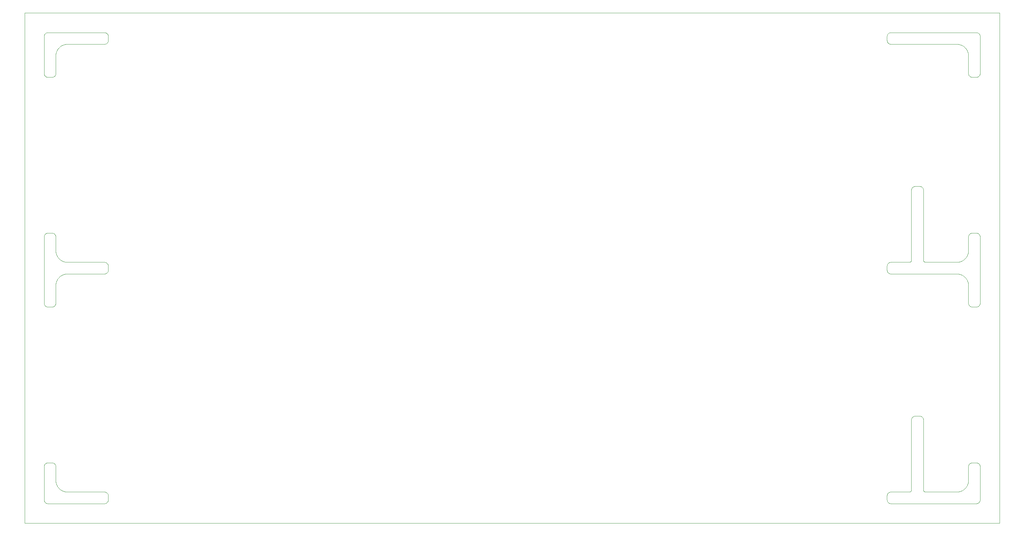
<source format=gbr>
%TF.GenerationSoftware,KiCad,Pcbnew,9.0.0+dfsg-1*%
%TF.CreationDate,2025-04-06T22:27:05+01:00*%
%TF.ProjectId,panel-16,70616e65-6c2d-4313-962e-6b696361645f,rev?*%
%TF.SameCoordinates,Original*%
%TF.FileFunction,Profile,NP*%
%FSLAX46Y46*%
G04 Gerber Fmt 4.6, Leading zero omitted, Abs format (unit mm)*
G04 Created by KiCad (PCBNEW 9.0.0+dfsg-1) date 2025-04-06 22:27:05*
%MOMM*%
%LPD*%
G01*
G04 APERTURE LIST*
%TA.AperFunction,Profile*%
%ADD10C,0.100000*%
%TD*%
G04 APERTURE END LIST*
D10*
X265857712Y-76943985D02*
X265885945Y-76903896D01*
X267933087Y-76529939D02*
X267980344Y-76543016D01*
X31444755Y-81885937D02*
X31452322Y-81910056D01*
X32713212Y-83538981D02*
X32734664Y-83552353D01*
X28927349Y-76576044D02*
X28973097Y-76558397D01*
X254176286Y-142684704D02*
X254177538Y-142687725D01*
X32484544Y-87620198D02*
X32464555Y-87635671D01*
X244808545Y-86195896D02*
X244800162Y-86147585D01*
X28310650Y-145001033D02*
X28310650Y-136499012D01*
X268430559Y-25328112D02*
X268462587Y-25365241D01*
X244985945Y-86596104D02*
X244957712Y-86556016D01*
X28603250Y-135792600D02*
X28638762Y-135758790D01*
X31403561Y-140739644D02*
X31409897Y-140764115D01*
X251443843Y-64696541D02*
X251483929Y-64668314D01*
X264973630Y-82944299D02*
X265053671Y-82846136D01*
X250907134Y-83834331D02*
X250915592Y-83824427D01*
X31114055Y-76903896D02*
X31142289Y-76943985D01*
X263428967Y-28092904D02*
X263305586Y-28064273D01*
X245593454Y-86980805D02*
X245545612Y-86970062D01*
X251024540Y-83603862D02*
X251026914Y-83591056D01*
X44770154Y-25804104D02*
X44778537Y-25852416D01*
X264265346Y-142552346D02*
X264286798Y-142538975D01*
X31409917Y-30235889D02*
X31403581Y-30260360D01*
X28882522Y-36404085D02*
X28838724Y-36382039D01*
X262695669Y-87000160D02*
X262683028Y-87000000D01*
X245593454Y-25019195D02*
X245641766Y-25010812D01*
X268396749Y-95207399D02*
X268361237Y-95241209D01*
X266017462Y-36241209D02*
X265981950Y-36207399D01*
X44461237Y-143258792D02*
X44496749Y-143292602D01*
X265555245Y-30114065D02*
X265547678Y-30089947D01*
X31681765Y-29555326D02*
X31623122Y-29667592D01*
X31347480Y-140466754D02*
X31369825Y-140591428D01*
X32586655Y-28545217D02*
X32484564Y-28620183D01*
X266306049Y-95423955D02*
X266261222Y-95404085D01*
X29019655Y-76543016D02*
X29066912Y-76529939D01*
X33994621Y-83983012D02*
X34019770Y-83985569D01*
X253185904Y-64501203D02*
X253234798Y-64504809D01*
X250665176Y-142982807D02*
X250674527Y-142979969D01*
X268613305Y-136116699D02*
X268630952Y-136162447D01*
X44746333Y-143709007D02*
X44759410Y-143756264D01*
X251082943Y-124208829D02*
X251098330Y-124162280D01*
X28603250Y-36207399D02*
X28569440Y-36171887D01*
X44671389Y-145471971D02*
X44647220Y-145514634D01*
X29114754Y-76519195D02*
X29163066Y-76510812D01*
X254570863Y-83991572D02*
X254577350Y-83992426D01*
X266054591Y-135726762D02*
X266093246Y-135696595D01*
X268630952Y-77162447D02*
X268646333Y-77209005D01*
X268684539Y-25901080D02*
X268688146Y-25949981D01*
X44562587Y-84365243D02*
X44592754Y-84403898D01*
X31347495Y-89533273D02*
X31343668Y-89558259D01*
X254525863Y-142983233D02*
X254535408Y-142985327D01*
X265689350Y-139993666D02*
X265689350Y-136499012D01*
X43888269Y-25004810D02*
X43936933Y-25010812D01*
X265807310Y-35971925D02*
X265785264Y-35928127D01*
X265652520Y-89533246D02*
X265630174Y-89408574D01*
X245545612Y-25029939D02*
X245593454Y-25019195D01*
X265689189Y-81006319D02*
X265689349Y-80993678D01*
X43985245Y-84019197D02*
X44033087Y-84029941D01*
X245788362Y-84000045D02*
X250522683Y-84000046D01*
X28675891Y-76726762D02*
X28714546Y-76696595D01*
X31214736Y-77071872D02*
X31234606Y-77116699D01*
X250748029Y-83952574D02*
X250753935Y-83949757D01*
X44592754Y-86596122D02*
X44562587Y-86634777D01*
X268659410Y-145243783D02*
X268646333Y-145291040D01*
X245593455Y-143019241D02*
X245641766Y-143010858D01*
X254159386Y-83635196D02*
X254168482Y-83663185D01*
X265053671Y-29153863D02*
X264973630Y-29055700D01*
X250898134Y-83843818D02*
X250907099Y-83834370D01*
X244865394Y-84616745D02*
X244885264Y-84571918D01*
X245739331Y-143001249D02*
X245788362Y-143000045D01*
X29260631Y-145998842D02*
X29211730Y-145995235D01*
X265053671Y-88153863D02*
X264973630Y-88055700D01*
X268520987Y-135943985D02*
X268547220Y-135985411D01*
X44671389Y-84528076D02*
X44693435Y-84571874D01*
X44345364Y-25168362D02*
X44385453Y-25196595D01*
X44592754Y-145596149D02*
X44562587Y-145634804D01*
X28638762Y-135758790D02*
X28675891Y-135726762D01*
X263743030Y-83808557D02*
X263860653Y-83761572D01*
X32127800Y-87942506D02*
X32042889Y-88036488D01*
X28537412Y-95134758D02*
X28507245Y-95096103D01*
X28428610Y-94971925D02*
X28406564Y-94928127D01*
X244789350Y-25999012D02*
X244790553Y-25949981D01*
X268462587Y-145634804D02*
X268430559Y-145671933D01*
X268203938Y-135642129D02*
X268245364Y-135668362D01*
X31946333Y-82846142D02*
X32026375Y-82944306D01*
X266306049Y-36423955D02*
X266261222Y-36404085D01*
X245016112Y-84365287D02*
X245048140Y-84328158D01*
X245788362Y-25000000D02*
X267690337Y-25000000D01*
X268520987Y-76943985D02*
X268547220Y-76985411D01*
X28428610Y-145471971D02*
X28406564Y-145428173D01*
X268630952Y-94837552D02*
X268613305Y-94883300D01*
X244985945Y-25403896D02*
X245016112Y-25365241D01*
X33868951Y-83967008D02*
X33994596Y-83983009D01*
X245788362Y-28000001D02*
X245739331Y-27998797D01*
X251844005Y-123519190D02*
X251892310Y-123510809D01*
X28675891Y-25226762D02*
X28714546Y-25196595D01*
X43790337Y-84000002D02*
X43839368Y-84001205D01*
X28406564Y-145428173D02*
X28386694Y-145383346D01*
X31502104Y-29946346D02*
X31493324Y-29970050D01*
X30693968Y-36423955D02*
X30648220Y-36441602D01*
X30360686Y-36498796D02*
X30311655Y-36500000D01*
X267690337Y-146000046D02*
X245788362Y-146000046D01*
X267980344Y-135543016D02*
X268026902Y-135558397D01*
X254574181Y-142991664D02*
X254587093Y-142993364D01*
X254177548Y-142687749D02*
X254188173Y-142711609D01*
X263719302Y-142817345D02*
X263743006Y-142808566D01*
X268520987Y-95056014D02*
X268492754Y-95096103D01*
X31559067Y-82194583D02*
X31611949Y-82309676D01*
X31930845Y-29173898D02*
X31855878Y-29275989D01*
X251182078Y-123985284D02*
X251208313Y-123943867D01*
X265807310Y-136028074D02*
X265831479Y-135985411D01*
X267836933Y-135510812D02*
X267885245Y-135519195D01*
X31310668Y-94500988D02*
X31309464Y-94550018D01*
X251135857Y-124071725D02*
X251157907Y-124027937D01*
X245081950Y-143292646D02*
X245117462Y-143258835D01*
X268203938Y-95357870D02*
X268161275Y-95382039D01*
X254152531Y-83609951D02*
X254154059Y-83616313D01*
X34171386Y-83996471D02*
X34304339Y-83999839D01*
X44671389Y-25528074D02*
X44693435Y-25571872D01*
X266398355Y-95456983D02*
X266351797Y-95441602D01*
X31291455Y-77304105D02*
X31299838Y-77352416D01*
X250739110Y-83956616D02*
X250748011Y-83952582D01*
X264515477Y-142379810D02*
X264535466Y-142364337D01*
X245690430Y-86995190D02*
X245641766Y-86989188D01*
X44424108Y-143226764D02*
X44461237Y-143258792D01*
X32865984Y-142628911D02*
X32978251Y-142687554D01*
X265785264Y-136071872D02*
X265807310Y-136028074D01*
X253607764Y-64617933D02*
X253650424Y-64642095D01*
X263453487Y-83900746D02*
X263575259Y-83865902D01*
X245361222Y-86904086D02*
X245317424Y-86882040D01*
X268571389Y-35971925D02*
X268547220Y-36014588D01*
X262828633Y-87003529D02*
X262695681Y-87000160D01*
X30825256Y-36357870D02*
X30782593Y-36382039D01*
X44620987Y-86556033D02*
X44592754Y-86596122D01*
X263005421Y-142983007D02*
X263131066Y-142967005D01*
X44693435Y-25571872D02*
X44713305Y-25616699D01*
X245117462Y-84258835D02*
X245154591Y-84226808D01*
X265694160Y-77401080D02*
X265700162Y-77352416D01*
X265690553Y-35550018D02*
X265689350Y-35500987D01*
X33257007Y-83808571D02*
X33280712Y-83817350D01*
X253563970Y-123595892D02*
X253607764Y-123617933D01*
X245545612Y-145970106D02*
X245498355Y-145957029D01*
X251008055Y-142663749D02*
X251011135Y-142654475D01*
X251035799Y-142486966D02*
X251039873Y-124498786D01*
X251332553Y-123792520D02*
X251368064Y-123758718D01*
X31310810Y-81006332D02*
X31314179Y-81139283D01*
X30458251Y-95489187D02*
X30409587Y-95495189D01*
X264872203Y-28942480D02*
X264854788Y-28924159D01*
X30906754Y-76696596D02*
X30945410Y-76726762D01*
X28428610Y-77028074D02*
X28452779Y-76985411D01*
X265981950Y-135792600D02*
X266017462Y-135758790D01*
X32253152Y-87817153D02*
X32234830Y-87834569D01*
X268547220Y-145514634D02*
X268520987Y-145556060D01*
X250837322Y-142898351D02*
X250860193Y-142879828D01*
X30982555Y-95241210D02*
X30945426Y-95273237D01*
X250907134Y-142834331D02*
X250915592Y-142824427D01*
X33000977Y-87301319D02*
X32978282Y-87312452D01*
X265388041Y-88690306D02*
X265376909Y-88667611D01*
X266093246Y-76696595D02*
X266133335Y-76668362D01*
X31280712Y-77256263D02*
X31291455Y-77304105D01*
X34317002Y-84000000D02*
X43790337Y-84000002D01*
X44789350Y-84999014D02*
X44789350Y-86001006D01*
X31309447Y-77449981D02*
X31310651Y-77499012D01*
X244800162Y-84852462D02*
X244808545Y-84804150D01*
X251368064Y-123758718D02*
X251405190Y-123726700D01*
X30506546Y-76519195D02*
X30554388Y-76529939D01*
X263280775Y-28059175D02*
X263156103Y-28036829D01*
X254220165Y-83768683D02*
X254225541Y-83776844D01*
X31681765Y-88555326D02*
X31623122Y-88667592D01*
X251033743Y-142539194D02*
X251035114Y-142513015D01*
X262828658Y-142996469D02*
X262853904Y-142995189D01*
X268646333Y-94790994D02*
X268630952Y-94837552D01*
X265981950Y-95207399D02*
X265948140Y-95171887D01*
X33424737Y-87134118D02*
X33400618Y-87141685D01*
X265069160Y-88173872D02*
X265053687Y-88153883D01*
X30782593Y-95382039D02*
X30738795Y-95404085D01*
X250702560Y-142970858D02*
X250714837Y-142966510D01*
X245048140Y-25328112D02*
X245081950Y-25292600D01*
X31694039Y-82466828D02*
X31758294Y-82575980D01*
X245593454Y-27980805D02*
X245545612Y-27970062D01*
X268324108Y-135726762D02*
X268361237Y-135758790D01*
X267980344Y-36456983D02*
X267933087Y-36470060D01*
X31083888Y-135865241D02*
X31114055Y-135903896D01*
X253650424Y-64642095D02*
X253691847Y-64668322D01*
X44759410Y-27243756D02*
X44746333Y-27291013D01*
X244957712Y-145556060D02*
X244931479Y-145514634D01*
X32253156Y-83182878D02*
X32347140Y-83267788D01*
X244957712Y-143444031D02*
X244985945Y-143403942D01*
X250799635Y-142924257D02*
X250808000Y-142919205D01*
X268245364Y-25168362D02*
X268285453Y-25196595D01*
X44172650Y-25076044D02*
X44217477Y-25095914D01*
X268396749Y-36207399D02*
X268361237Y-36241209D01*
X31305840Y-136401081D02*
X31309447Y-136449981D01*
X44647220Y-84485413D02*
X44671389Y-84528076D01*
X253691847Y-64668322D02*
X253731933Y-64696550D01*
X44562587Y-86634777D02*
X44530559Y-86671906D01*
X250726942Y-142961496D02*
X250750838Y-142950855D01*
X44217477Y-27904104D02*
X44172650Y-27923974D01*
X33719220Y-87059196D02*
X33694459Y-87064284D01*
X251568010Y-64617927D02*
X251611803Y-64595887D01*
X253909061Y-123865158D02*
X253939228Y-123903806D01*
X31623110Y-29667614D02*
X31611978Y-29690309D01*
X28507245Y-76903896D02*
X28537412Y-76865241D01*
X265630174Y-81591425D02*
X265652520Y-81466753D01*
X267690337Y-76500000D02*
X267739368Y-76501203D01*
X28386694Y-35883300D02*
X28369047Y-35837552D01*
X268161275Y-95382039D02*
X268117477Y-95404085D01*
X32734675Y-28447663D02*
X32713223Y-28461035D01*
X265497916Y-82053656D02*
X265506695Y-82029952D01*
X31252253Y-77162447D02*
X31267634Y-77209006D01*
X31493316Y-29970074D02*
X31452349Y-30089925D01*
X29114754Y-135519195D02*
X29163066Y-135510812D01*
X265674917Y-30709101D02*
X265672360Y-30683953D01*
X28321462Y-35647583D02*
X28315460Y-35598919D01*
X264535486Y-83364321D02*
X264633649Y-83284280D01*
X32253152Y-28817153D02*
X32234830Y-28834569D01*
X251702366Y-64558381D02*
X251748919Y-64543004D01*
X28927349Y-25076044D02*
X28973097Y-25058397D01*
X28754635Y-76668362D02*
X28796061Y-76642129D01*
X268670154Y-35695895D02*
X268659410Y-35743737D01*
X253185904Y-123501203D02*
X253234798Y-123504809D01*
X264156151Y-87383374D02*
X264134049Y-87371106D01*
X266261222Y-76595914D02*
X266306049Y-76576044D01*
X268361237Y-36241209D02*
X268324108Y-36273237D01*
X264535466Y-28635662D02*
X264515477Y-28620189D01*
X268026902Y-145941648D02*
X267980344Y-145957029D01*
X44172650Y-27923974D02*
X44126902Y-27941621D01*
X31623110Y-88667614D02*
X31611978Y-88690309D01*
X254295531Y-83858784D02*
X254304979Y-83867749D01*
X244907310Y-27471926D02*
X244885264Y-27428128D01*
X244865394Y-143616745D02*
X244885264Y-143571918D01*
X44730952Y-145337598D02*
X44713305Y-145383346D01*
X32586664Y-142454813D02*
X32607412Y-142469254D01*
X31946333Y-29153889D02*
X31930860Y-29173878D01*
X44713305Y-25616699D02*
X44730952Y-25662447D01*
X245154591Y-86773238D02*
X245117462Y-86741211D01*
X253843224Y-64792533D02*
X253877033Y-64828038D01*
X245690430Y-27995190D02*
X245641766Y-27989188D01*
X32843860Y-83616632D02*
X32865962Y-83628899D01*
X28315460Y-145098965D02*
X28311853Y-145050064D01*
X268688146Y-136449981D02*
X268689350Y-136499012D01*
X263719302Y-83817345D02*
X263743006Y-83808566D01*
X31930845Y-88173898D02*
X31855878Y-88275989D01*
X263428991Y-83907088D02*
X263453462Y-83900752D01*
X268547220Y-95014588D02*
X268520987Y-95056014D01*
X265506695Y-29970047D02*
X265497916Y-29946343D01*
X32366359Y-142284287D02*
X32464522Y-142364328D01*
X28329845Y-35695895D02*
X28321462Y-35647583D01*
X244885264Y-84571918D02*
X244907310Y-84528120D01*
X251208313Y-123943867D02*
X251236548Y-123903788D01*
X265700162Y-136352416D02*
X265708545Y-136304104D01*
X244885264Y-86428128D02*
X244865394Y-86383302D01*
X268571389Y-94971925D02*
X268547220Y-95014588D01*
X265747747Y-77162447D02*
X265765394Y-77116699D01*
X32484552Y-83379832D02*
X32586644Y-83454799D01*
X29019655Y-145957029D02*
X28973097Y-145941648D01*
X250968655Y-83749894D02*
X250973485Y-83741399D01*
X31267634Y-77209006D02*
X31280712Y-77256263D01*
X265590096Y-30235862D02*
X265555252Y-30114090D01*
X31409904Y-140764140D02*
X31444748Y-140885913D01*
X32234816Y-142165445D02*
X32253138Y-142182860D01*
X245406049Y-143076090D02*
X245451797Y-143058443D01*
X43888269Y-84004812D02*
X43936933Y-84010815D01*
X268593435Y-35928127D02*
X268571389Y-35971925D01*
X265144156Y-141723995D02*
X265158597Y-141703247D01*
X32607433Y-83469268D02*
X32713191Y-83538968D01*
X250850356Y-83888429D02*
X250857910Y-83882229D01*
X251041087Y-124449762D02*
X251044704Y-124400869D01*
X263131066Y-28032994D02*
X263005421Y-28016992D01*
X44746333Y-145291040D02*
X44730952Y-145337598D01*
X265948140Y-135828112D02*
X265981950Y-135792600D01*
X263743006Y-87191433D02*
X263719302Y-87182654D01*
X31327642Y-81316073D02*
X31343644Y-81441718D01*
X244789350Y-143999058D02*
X244790553Y-143950027D01*
X31946333Y-88153889D02*
X31930860Y-88173878D01*
X268670154Y-136304104D02*
X268678537Y-136352416D01*
X29163066Y-76510812D02*
X29211730Y-76504810D01*
X244885264Y-27428128D02*
X244865394Y-27383302D01*
X29163066Y-145989233D02*
X29114754Y-145980850D01*
X254156542Y-142625826D02*
X254159380Y-142635177D01*
X268613305Y-145383346D02*
X268593435Y-145428173D01*
X34304339Y-28000180D02*
X34171387Y-28003548D01*
X266054591Y-95273237D02*
X266017462Y-95241209D01*
X254561182Y-83990104D02*
X254570843Y-83991569D01*
X31267651Y-35790994D02*
X31252270Y-35837553D01*
X273677077Y-20000000D02*
X23322922Y-20000000D01*
X250857925Y-83882216D02*
X250862900Y-83877966D01*
X245193246Y-86803405D02*
X245154591Y-86773238D01*
X245317424Y-84118006D02*
X245361222Y-84095960D01*
X245117462Y-143258835D02*
X245154591Y-143226808D01*
X32607423Y-87530761D02*
X32586676Y-87545202D01*
X31051878Y-95171887D02*
X31018067Y-95207399D01*
X44759410Y-25756262D02*
X44770154Y-25804104D01*
X254059792Y-65116568D02*
X254077443Y-65162307D01*
X30693968Y-95423955D02*
X30648220Y-95441602D01*
X265689350Y-77499012D02*
X265690553Y-77449981D01*
X31310668Y-35500988D02*
X31309464Y-35550018D01*
X250968655Y-142749894D02*
X250973485Y-142741399D01*
X265547670Y-89089923D02*
X265506703Y-88970071D01*
X43985245Y-145980850D02*
X43936933Y-145989233D01*
X254131063Y-124400904D02*
X254134678Y-124449798D01*
X268547220Y-36014588D02*
X268520987Y-36056014D01*
X33400612Y-83858333D02*
X33424731Y-83865900D01*
X245081950Y-25292600D02*
X245117462Y-25258790D01*
X268361237Y-145741255D02*
X268324108Y-145773283D01*
X245641766Y-143010858D02*
X245690431Y-143004856D01*
X268117477Y-145904131D02*
X268072650Y-145924001D01*
X266688362Y-95500000D02*
X266639331Y-95498796D01*
X44788146Y-145050064D02*
X44784539Y-145098965D01*
X268396749Y-135792600D02*
X268430559Y-135828112D01*
X44496749Y-143292602D02*
X44530560Y-143328114D01*
X31347480Y-81466754D02*
X31369825Y-81591428D01*
X268285453Y-145803450D02*
X268245364Y-145831683D01*
X267885245Y-25019195D02*
X267933087Y-25029939D01*
X31280712Y-136256263D02*
X31291455Y-136304105D01*
X31083905Y-36134758D02*
X31051878Y-36171887D01*
X266590430Y-36495189D02*
X266541766Y-36489187D01*
X31623104Y-82332416D02*
X31681747Y-82444682D01*
X28315460Y-77401080D02*
X28321462Y-77352416D01*
X264286798Y-28461024D02*
X264265346Y-28447653D01*
X266174761Y-95357870D02*
X266133335Y-95331637D01*
X264872203Y-87942480D02*
X264854788Y-87924159D01*
X265555245Y-89114065D02*
X265547678Y-89089947D01*
X245233335Y-84168407D02*
X245274761Y-84142175D01*
X264633649Y-28715719D02*
X264535486Y-28635678D01*
X31452330Y-81910080D02*
X31493297Y-82029932D01*
X265555252Y-140885909D02*
X265590096Y-140764137D01*
X268161275Y-76617960D02*
X268203938Y-76642129D01*
X30311655Y-36500000D02*
X29309662Y-36500000D01*
X245274761Y-86857872D02*
X245233335Y-86831639D01*
X266541766Y-135510812D02*
X266590430Y-135504810D01*
X254510002Y-83979228D02*
X254519519Y-83981447D01*
X28479012Y-135943985D02*
X28507245Y-135903896D01*
X245788362Y-87000001D02*
X245739331Y-86998797D01*
X268689350Y-25999012D02*
X268689350Y-35500987D01*
X29019655Y-95456983D02*
X28973097Y-95441602D01*
X31758307Y-82576002D02*
X31771678Y-82597454D01*
X43936933Y-84010815D02*
X43985245Y-84019197D01*
X244800162Y-27147585D02*
X244794160Y-27098920D01*
X244808545Y-145195941D02*
X244800162Y-145147629D01*
X31369830Y-81591453D02*
X31374918Y-81616213D01*
X254356423Y-83908086D02*
X254378361Y-83922332D01*
X31310669Y-90006333D02*
X31310668Y-94500988D01*
X31267651Y-94790994D02*
X31252270Y-94837553D01*
X43985245Y-143019197D02*
X44033087Y-143029941D01*
X28638762Y-36241209D02*
X28603250Y-36207399D01*
X28310650Y-25999012D02*
X28311853Y-25949981D01*
X268689350Y-35500987D02*
X268688146Y-35550018D01*
X250600991Y-83995254D02*
X250626826Y-83991160D01*
X265376898Y-29667588D02*
X265318255Y-29555322D01*
X44562587Y-25365241D02*
X44592754Y-25403896D01*
X32234816Y-83165445D02*
X32253138Y-83182860D01*
X245016112Y-25365241D02*
X245048140Y-25328112D01*
X267885245Y-76519195D02*
X267933087Y-76529939D01*
X268630952Y-25662447D02*
X268646333Y-25709005D01*
X268072650Y-36423955D02*
X268026902Y-36441602D01*
X251236548Y-64903788D02*
X251266716Y-64865142D01*
X266017462Y-135758790D02*
X266054591Y-135726762D01*
X263453462Y-87099247D02*
X263428991Y-87092911D01*
X30782593Y-36382039D02*
X30738795Y-36404085D01*
X250981137Y-142726901D02*
X250985286Y-142718053D01*
X31280729Y-94743737D02*
X31267651Y-94790994D01*
X254424334Y-83947289D02*
X254436089Y-83952896D01*
X267885245Y-36480804D02*
X267836933Y-36489187D01*
X254484916Y-83971799D02*
X254494230Y-83974758D01*
X23310650Y-150987798D02*
X23310920Y-150998800D01*
X268324108Y-145773283D02*
X268285453Y-145803450D01*
X251098330Y-124162280D02*
X251115982Y-124116542D01*
X245545612Y-27970062D02*
X245498355Y-27956984D01*
X265885945Y-95096103D02*
X265857712Y-95056014D01*
X254519481Y-142981701D02*
X254525844Y-142983229D01*
X254460306Y-142962927D02*
X254472583Y-142967274D01*
X245317424Y-25117960D02*
X245361222Y-25095914D01*
X44126902Y-25058397D02*
X44172650Y-25076044D01*
X265747747Y-136162447D02*
X265765394Y-136116699D01*
X251748919Y-123543004D02*
X251796170Y-123529930D01*
X31681759Y-82444705D02*
X31694027Y-82466806D01*
X44788146Y-27050037D02*
X44784539Y-27098938D01*
X254356423Y-142908086D02*
X254381106Y-142924114D01*
X262853904Y-87004810D02*
X262828658Y-87003530D01*
X251082943Y-65208829D02*
X251098330Y-65162280D01*
X265732366Y-35790994D02*
X265719289Y-35743737D01*
X32127800Y-28942506D02*
X32042889Y-29036488D01*
X31549088Y-82171331D02*
X31559057Y-82194560D01*
X268285453Y-135696595D02*
X268324108Y-135726762D01*
X263305561Y-87064268D02*
X263280800Y-87059180D01*
X44647220Y-86514607D02*
X44620987Y-86556033D01*
X265857712Y-135943985D02*
X265885945Y-135903896D01*
X44261275Y-145882085D02*
X44217477Y-145904131D01*
X31374924Y-140616238D02*
X31403555Y-140739620D01*
X266174761Y-76642129D02*
X266217424Y-76617960D01*
X266261222Y-36404085D02*
X266217424Y-36382039D01*
X29114754Y-25019195D02*
X29163066Y-25010812D01*
X265305975Y-82466801D02*
X265318243Y-82444699D01*
X254077443Y-124162307D02*
X254092830Y-124208858D01*
X268203938Y-25142129D02*
X268245364Y-25168362D01*
X33694455Y-83935735D02*
X33719216Y-83940823D01*
X254652329Y-83996452D02*
X262682905Y-83999997D01*
X244832366Y-84709051D02*
X244847747Y-84662493D01*
X266217424Y-95382039D02*
X266174761Y-95357870D01*
X244907310Y-25528074D02*
X244931479Y-25485411D01*
X44746333Y-25709005D02*
X44759410Y-25756262D01*
X28315460Y-25901080D02*
X28321462Y-25852416D01*
X265685820Y-81139283D02*
X265689189Y-81006331D01*
X265674919Y-81290873D02*
X265684537Y-81164579D01*
X33719241Y-142940828D02*
X33843914Y-142963172D01*
X31305857Y-94598919D02*
X31299855Y-94647584D01*
X266261222Y-135595914D02*
X266306049Y-135576044D01*
X245361222Y-145904131D02*
X245317424Y-145882085D01*
X29066912Y-36470060D02*
X29019655Y-36456983D01*
X264746850Y-87817128D02*
X264652867Y-87732218D01*
X43839368Y-27998815D02*
X43790337Y-28000019D01*
X265440944Y-141194555D02*
X265450913Y-141171326D01*
X32347159Y-83267805D02*
X32366339Y-83284270D01*
X31315462Y-81164580D02*
X31325080Y-81290874D01*
X268689350Y-94500987D02*
X268688146Y-94550018D01*
X250862915Y-83877953D02*
X250870219Y-83871462D01*
X254017869Y-124027959D02*
X254039918Y-124071749D01*
X31305857Y-35598919D02*
X31299855Y-35647584D01*
X30906771Y-36303404D02*
X30866682Y-36331637D01*
X264854788Y-142075840D02*
X264872203Y-142057519D01*
X44620987Y-84443987D02*
X44647220Y-84485413D01*
X28406564Y-77071872D02*
X28428610Y-77028074D01*
X253909061Y-64865158D02*
X253939228Y-64903806D01*
X266541766Y-76510812D02*
X266590430Y-76504810D01*
X28340589Y-25756262D02*
X28353666Y-25709005D01*
X251041087Y-65449762D02*
X251044704Y-65400869D01*
X263305586Y-142935726D02*
X263428967Y-142907095D01*
X29211730Y-76504810D02*
X29260631Y-76501203D01*
X44784539Y-84901082D02*
X44788146Y-84949983D01*
X268117477Y-76595914D02*
X268161275Y-76617960D01*
X28537412Y-36134758D02*
X28507245Y-36096103D01*
X44217477Y-86904104D02*
X44172650Y-86923974D01*
X30409570Y-135504810D02*
X30458235Y-135510812D01*
X30693952Y-135576044D02*
X30738778Y-135595915D01*
X29066912Y-95470060D02*
X29019655Y-95456983D01*
X268593435Y-94928127D02*
X268571389Y-94971925D01*
X244957712Y-86556016D02*
X244931479Y-86514589D01*
X44217477Y-145904131D02*
X44172650Y-145924001D01*
X31694044Y-88533202D02*
X31681777Y-88555304D01*
X268684539Y-94598919D02*
X268678537Y-94647583D01*
X264854788Y-83075840D02*
X264872203Y-83057519D01*
X244789350Y-145001033D02*
X244789350Y-143999058D01*
X30360686Y-95498796D02*
X30311655Y-95500000D01*
X254105913Y-124256107D02*
X254116663Y-124303942D01*
X251844005Y-64519190D02*
X251892310Y-64510809D01*
X253331763Y-64519191D02*
X253379599Y-64529931D01*
X265069175Y-82826106D02*
X265144142Y-82724015D01*
X268646333Y-77209005D02*
X268659410Y-77256262D01*
X31142305Y-95056014D02*
X31114072Y-95096103D01*
X33116092Y-87248428D02*
X33001000Y-87301308D01*
X31018067Y-36207399D02*
X30982555Y-36241210D01*
X43936933Y-143010815D02*
X43985245Y-143019197D01*
X28796061Y-25142129D02*
X28838724Y-25117960D01*
X29309662Y-76500000D02*
X30311639Y-76500000D01*
X250998603Y-83688141D02*
X251002401Y-83679137D01*
X44770154Y-145195941D02*
X44759410Y-145243783D01*
X28675891Y-135726762D02*
X28714546Y-135696595D01*
X265948140Y-76828112D02*
X265981950Y-76792600D01*
X268571389Y-145471971D02*
X268547220Y-145514634D01*
X268678537Y-25852416D02*
X268684539Y-25901080D01*
X245690431Y-84004856D02*
X245739331Y-84001249D01*
X265765394Y-77116699D02*
X265785264Y-77071872D01*
X245317424Y-86882040D02*
X245274761Y-86857872D01*
X268245364Y-36331637D02*
X268203938Y-36357870D01*
X263428991Y-142907088D02*
X263453462Y-142900752D01*
X31444767Y-89114092D02*
X31409923Y-89235864D01*
X28882522Y-145904131D02*
X28838724Y-145882085D01*
X265785264Y-77071872D02*
X265807310Y-77028074D01*
X268547220Y-76985411D02*
X268571389Y-77028074D01*
X273689079Y-150998800D02*
X273689349Y-150987798D01*
X44671389Y-86471944D02*
X44647220Y-86514607D01*
X245788362Y-146000046D02*
X245739331Y-145998842D01*
X31310810Y-140006332D02*
X31314179Y-140139283D01*
X265547670Y-30089923D02*
X265506703Y-29970071D01*
X244819289Y-143756308D02*
X244832366Y-143709051D01*
X250985294Y-142718035D02*
X250998595Y-142688159D01*
X44647220Y-27514607D02*
X44620987Y-27556033D01*
X268361237Y-135758790D02*
X268396749Y-135792600D01*
X264652848Y-87732201D02*
X264633668Y-87715736D01*
X30982538Y-135758790D02*
X31018051Y-135792600D01*
X44730952Y-27337572D02*
X44713305Y-27383319D01*
X265719289Y-94743737D02*
X265708545Y-94695895D01*
X263428967Y-87092904D02*
X263305586Y-87064273D01*
X31758307Y-141576002D02*
X31771678Y-141597454D01*
X263280800Y-83940819D02*
X263305561Y-83935731D01*
X267788269Y-95495189D02*
X267739368Y-95498796D01*
X245406049Y-86923956D02*
X245361222Y-86904086D01*
X32347159Y-142267805D02*
X32366339Y-142284270D01*
X266133335Y-95331637D02*
X266093246Y-95303404D01*
X34019772Y-87014450D02*
X33994623Y-87017007D01*
X264854770Y-87924141D02*
X264765208Y-87834579D01*
X32145236Y-83075865D02*
X32234798Y-83165427D01*
X251032719Y-83552204D02*
X251033741Y-83539220D01*
X28452779Y-36014588D02*
X28428610Y-35971925D01*
X245498355Y-27956984D02*
X245451797Y-27941603D01*
X268285453Y-25196595D02*
X268324108Y-25226762D01*
X244985945Y-27596104D02*
X244957712Y-27556016D01*
X250842534Y-83894351D02*
X250850325Y-83888453D01*
X30554388Y-135529939D02*
X30601645Y-135543016D01*
X262695669Y-28000160D02*
X262683028Y-28000000D01*
X244790553Y-25949981D02*
X244794160Y-25901080D01*
X253877033Y-123828038D02*
X253909061Y-123865158D01*
X44730952Y-25662447D02*
X44746333Y-25709005D01*
X32607423Y-28530761D02*
X32586676Y-28545202D01*
X254131063Y-65400904D02*
X254134678Y-65449798D01*
X254345667Y-83900695D02*
X254356401Y-83908071D01*
X32978260Y-87312463D02*
X32865994Y-87371105D01*
X251021489Y-142616578D02*
X251024530Y-142603913D01*
X31403575Y-30260384D02*
X31374943Y-30383765D01*
X28537412Y-25365241D02*
X28569440Y-25328112D01*
X44759410Y-145243783D02*
X44746333Y-145291040D01*
X250626852Y-83991155D02*
X250639658Y-83988781D01*
X250771297Y-83940621D02*
X250796784Y-83925904D01*
X265708545Y-77304104D02*
X265719289Y-77256262D01*
X262695792Y-142999836D02*
X262828633Y-142996470D01*
X251035115Y-142512989D02*
X251035799Y-142486992D01*
X32713201Y-87461048D02*
X32607444Y-87530747D01*
X44770154Y-27195914D02*
X44759410Y-27243756D01*
X245274761Y-143142175D02*
X245317424Y-143118006D01*
X31168522Y-76985411D02*
X31192690Y-77028075D01*
X44126903Y-143058399D02*
X44172650Y-143076046D01*
X250976626Y-83735614D02*
X250981119Y-83726936D01*
X28973097Y-36441602D02*
X28927349Y-36423955D01*
X31234606Y-136116699D02*
X31252253Y-136162447D01*
X253877033Y-64828038D02*
X253909061Y-64865158D01*
X29019655Y-135543016D02*
X29066912Y-135529939D01*
X254268031Y-142830805D02*
X254276997Y-142840252D01*
X244832366Y-145291040D02*
X244819289Y-145243783D01*
X31309447Y-136449981D02*
X31310651Y-136499012D01*
X265916112Y-36134758D02*
X265885945Y-36096103D01*
X31018051Y-135792600D02*
X31051861Y-135828112D01*
X252038885Y-64500000D02*
X253136879Y-64500000D01*
X268670154Y-77304104D02*
X268678537Y-77352416D01*
X30409587Y-36495189D02*
X30360686Y-36498796D01*
X265241696Y-29424003D02*
X265228325Y-29402551D01*
X23311895Y-150999775D02*
X23322897Y-151000045D01*
X268161275Y-135617960D02*
X268203938Y-135642129D01*
X265684539Y-81164554D02*
X265685819Y-81139308D01*
X29019655Y-25043016D02*
X29066912Y-25029939D01*
X28452779Y-145514634D02*
X28428610Y-145471971D01*
X245406049Y-27923956D02*
X245361222Y-27904086D01*
X262683016Y-28000000D02*
X245788362Y-28000001D01*
X267690337Y-36500000D02*
X266688362Y-36500000D01*
X263131066Y-87032994D02*
X263005421Y-87016992D01*
X29019655Y-36456983D02*
X28973097Y-36441602D01*
X44126902Y-27941621D02*
X44080344Y-27957002D01*
X245317424Y-143118006D02*
X245361222Y-143095960D01*
X268678537Y-77352416D02*
X268684539Y-77401080D01*
X44345364Y-27831657D02*
X44303938Y-27857889D01*
X33116107Y-142751600D02*
X33139337Y-142761568D01*
X244790553Y-143950027D02*
X244794160Y-143901126D01*
X263305586Y-83935726D02*
X263428967Y-83907095D01*
X265053687Y-141846116D02*
X265069160Y-141826127D01*
X250548892Y-142999359D02*
X250574990Y-142997989D01*
X263599426Y-83858320D02*
X263719278Y-83817353D01*
X273688104Y-20000270D02*
X273677102Y-20000000D01*
X31314180Y-81139309D02*
X31315460Y-81164554D01*
X250548892Y-83999359D02*
X250574990Y-83997989D01*
X254077443Y-65162307D02*
X254092830Y-65208858D01*
X245016112Y-143365287D02*
X245048140Y-143328158D01*
X31409904Y-81764140D02*
X31444748Y-81885913D01*
X30825240Y-76642129D02*
X30866666Y-76668362D01*
X251525351Y-123642089D02*
X251568010Y-123617927D01*
X265388052Y-82309671D02*
X265440934Y-82194578D01*
X265708545Y-136304104D02*
X265719289Y-136256262D01*
X44778537Y-143852418D02*
X44784539Y-143901082D01*
X264872221Y-142057500D02*
X264957131Y-141963517D01*
X31694044Y-29533202D02*
X31681777Y-29555304D01*
X32253156Y-142182878D02*
X32347140Y-142267788D01*
X28882522Y-135595914D02*
X28927349Y-135576044D01*
X44126902Y-86941621D02*
X44080344Y-86957002D01*
X268613305Y-77116699D02*
X268630952Y-77162447D01*
X264021761Y-83687548D02*
X264134027Y-83628905D01*
X32843848Y-87383397D02*
X32734696Y-87447650D01*
X244819289Y-145243783D02*
X244808545Y-145195941D01*
X28537412Y-145634804D02*
X28507245Y-145596149D01*
X264134027Y-87371094D02*
X264021761Y-87312451D01*
X44778537Y-84852418D02*
X44784539Y-84901082D01*
X254545086Y-142987056D02*
X254574155Y-142991660D01*
X28353666Y-35790994D02*
X28340589Y-35743737D01*
X254500541Y-83976627D02*
X254509964Y-83979218D01*
X265885945Y-76903896D02*
X265916112Y-76865241D01*
X250829593Y-142904363D02*
X250837306Y-142898363D01*
X29309662Y-25000000D02*
X43790337Y-25000000D01*
X44530560Y-84328114D02*
X44562587Y-84365243D01*
X33994598Y-87017010D02*
X33868954Y-87033011D01*
X34171361Y-87003549D02*
X34146116Y-87004829D01*
X31493306Y-82029956D02*
X31502085Y-82053660D01*
X265690553Y-136449981D02*
X265694160Y-136401080D01*
X44671389Y-27471944D02*
X44647220Y-27514607D01*
X264515456Y-28620174D02*
X264413365Y-28545207D01*
X267836933Y-25010812D02*
X267885245Y-25019195D01*
X31452342Y-89089949D02*
X31444774Y-89114068D01*
X254200365Y-83734781D02*
X254215082Y-83760268D01*
X245081950Y-145707445D02*
X245048140Y-145671933D01*
X252038885Y-123500000D02*
X253136879Y-123500000D01*
X31310651Y-136499012D02*
X31310650Y-139993665D01*
X43839368Y-25001203D02*
X43888269Y-25004810D01*
X265857712Y-36056014D02*
X265831479Y-36014588D01*
X31559067Y-141194583D02*
X31611949Y-141309676D01*
X250932086Y-142804057D02*
X250940014Y-142793724D01*
X265596445Y-81739617D02*
X265625076Y-81616236D01*
X245193246Y-27803405D02*
X245154591Y-27773238D01*
X28714546Y-95303404D02*
X28675891Y-95273237D01*
X265732366Y-136209005D02*
X265747747Y-136162447D01*
X265506703Y-141029928D02*
X265547670Y-140910076D01*
X267690337Y-135500000D02*
X267739368Y-135501203D01*
X28386694Y-25616699D02*
X28406564Y-25571872D01*
X43839368Y-145998842D02*
X43790337Y-146000046D01*
X28340589Y-35743737D02*
X28329845Y-35695895D01*
X31142289Y-135943985D02*
X31168522Y-135985411D01*
X268630952Y-35837552D02*
X268613305Y-35883300D01*
X254159386Y-142635196D02*
X254169494Y-142666297D01*
X266217424Y-135617960D02*
X266261222Y-135595914D01*
X33400594Y-28141693D02*
X33280743Y-28182659D01*
X28428610Y-25528074D02*
X28452779Y-25485411D01*
X30506563Y-36480804D02*
X30458251Y-36489187D01*
X268324108Y-36273237D02*
X268285453Y-36303404D01*
X244985945Y-143403942D02*
X245016112Y-143365287D01*
X267739368Y-36498796D02*
X267690337Y-36500000D01*
X254169500Y-142666316D02*
X254172703Y-142675549D01*
X31310830Y-30993680D02*
X31310670Y-31006321D01*
X266054591Y-76726762D02*
X266093246Y-76696595D01*
X244808545Y-143804150D02*
X244819289Y-143756308D01*
X253283457Y-64510810D02*
X253331763Y-64519191D01*
X245048140Y-84328158D02*
X245081950Y-84292646D01*
X245739331Y-86998797D02*
X245690430Y-86995190D01*
X30554388Y-76529939D02*
X30601645Y-76543016D01*
X28353666Y-136209005D02*
X28369047Y-136162447D01*
X31369845Y-30408575D02*
X31347500Y-30533248D01*
X30648204Y-135558397D02*
X30693952Y-135576044D01*
X251796170Y-123529930D02*
X251844005Y-123519190D01*
X44033087Y-27970080D02*
X43985245Y-27980823D01*
X251796170Y-64529930D02*
X251844005Y-64519190D01*
X28479012Y-95056014D02*
X28452779Y-95014588D01*
X31409917Y-89235889D02*
X31403581Y-89260360D01*
X254229270Y-142782268D02*
X254234962Y-142790211D01*
X254259537Y-83820863D02*
X254267996Y-83830766D01*
X44730952Y-84662449D02*
X44746333Y-84709007D01*
X265497916Y-141053656D02*
X265506695Y-141029952D01*
X245233335Y-145831683D02*
X245193246Y-145803450D01*
X34171361Y-28003549D02*
X34146116Y-28004829D01*
X28638762Y-76758790D02*
X28675891Y-76726762D01*
X250714885Y-142966491D02*
X250726918Y-142961506D01*
X265785264Y-94928127D02*
X265765394Y-94883300D01*
X245545612Y-86970062D02*
X245498355Y-86956984D01*
X28838724Y-76617960D02*
X28882522Y-76595914D01*
X44217477Y-25095914D02*
X44261275Y-25117960D01*
X31252253Y-136162447D02*
X31267634Y-136209006D01*
X31252270Y-94837553D02*
X31234623Y-94883300D01*
X245545613Y-143029984D02*
X245593455Y-143019241D01*
X268117477Y-36404085D02*
X268072650Y-36423955D01*
X254141362Y-142535666D02*
X254142385Y-142548650D01*
X254277015Y-142840270D02*
X254295513Y-142858766D01*
X30601662Y-36456983D02*
X30554405Y-36470060D01*
X245274761Y-27857872D02*
X245233335Y-27831639D01*
X28452779Y-135985411D02*
X28479012Y-135943985D01*
X262980248Y-83985567D02*
X263005396Y-83983010D01*
X245593455Y-84019241D02*
X245641766Y-84010858D01*
X264392576Y-87530738D02*
X264286819Y-87461038D01*
X254172858Y-83675535D02*
X254177843Y-83687568D01*
X28603250Y-95207399D02*
X28569440Y-95171887D01*
X33400612Y-142858333D02*
X33424731Y-142865900D01*
X263860676Y-83761563D02*
X263883905Y-83751594D01*
X44784539Y-25901080D02*
X44788146Y-25949981D01*
X31299838Y-136352416D02*
X31305840Y-136401081D01*
X44385453Y-86803423D02*
X44345364Y-86831657D01*
X43888269Y-143004812D02*
X43936933Y-143010815D01*
X267836933Y-145989233D02*
X267788269Y-145995235D01*
X254189601Y-142714602D02*
X254193981Y-142723338D01*
X263005396Y-87016989D02*
X262980248Y-87014432D01*
X251011147Y-142654438D02*
X251013861Y-142645050D01*
X31930844Y-141826133D02*
X31946317Y-141846122D01*
X29211730Y-135504810D02*
X29260631Y-135501203D01*
X32607433Y-142469268D02*
X32713191Y-142538968D01*
X254240998Y-142797972D02*
X254259521Y-142820843D01*
X29260631Y-76501203D02*
X29309662Y-76500000D01*
X254551546Y-83988254D02*
X254561143Y-83990097D01*
X265625076Y-30383763D02*
X265596445Y-30260382D01*
X28714546Y-135696595D02*
X28754635Y-135668362D01*
X28340589Y-77256262D02*
X28353666Y-77209005D01*
X268613305Y-35883300D02*
X268593435Y-35928127D01*
X244865394Y-145383346D02*
X244847747Y-145337598D01*
X31493316Y-88970074D02*
X31452349Y-89089925D01*
X254472608Y-142967282D02*
X254500599Y-142976376D01*
X33280736Y-83817359D02*
X33400588Y-83858325D01*
X266093246Y-135696595D02*
X266133335Y-135668362D01*
X265690553Y-94550018D02*
X265689350Y-94500987D01*
X254494248Y-83974763D02*
X254500522Y-83976622D01*
X33994621Y-142983012D02*
X34019770Y-142985569D01*
X32713201Y-28461048D02*
X32607444Y-28530747D01*
X254141362Y-83535666D02*
X254142385Y-83548650D01*
X254335292Y-83892736D02*
X254345625Y-83900664D01*
X254229270Y-83782268D02*
X254234962Y-83790211D01*
X31771695Y-88402556D02*
X31758324Y-88424008D01*
X44647220Y-25485411D02*
X44671389Y-25528074D01*
X28340589Y-145243783D02*
X28329845Y-145195941D01*
X265732366Y-94790994D02*
X265719289Y-94743737D01*
X44217477Y-143095917D02*
X44261275Y-143117963D01*
X33719241Y-83940828D02*
X33843914Y-83963172D01*
X44746333Y-27291013D02*
X44730952Y-27337572D01*
X266093246Y-95303404D02*
X266054591Y-95273237D01*
X267980344Y-95456983D02*
X267933087Y-95470060D01*
X254092830Y-124208858D02*
X254105913Y-124256107D01*
X31758311Y-88424029D02*
X31694057Y-88533180D01*
X28406564Y-94928127D02*
X28386694Y-94883300D01*
X244865394Y-27383302D02*
X244847747Y-27337554D01*
X265689189Y-30993668D02*
X265685820Y-30860716D01*
X254378383Y-83922346D02*
X254389488Y-83929151D01*
X245361222Y-25095914D02*
X245406049Y-25076044D01*
X244865394Y-25616699D02*
X244885264Y-25571872D01*
X263860676Y-142761563D02*
X263883905Y-142751594D01*
X244931479Y-25485411D02*
X244957712Y-25443985D01*
X30409570Y-76504810D02*
X30458235Y-76510812D01*
X44496749Y-25292600D02*
X44530559Y-25328112D01*
X44770154Y-84804106D02*
X44778537Y-84852418D01*
X266017462Y-76758790D02*
X266054591Y-76726762D01*
X266398355Y-135543016D02*
X266445612Y-135529939D01*
X266017462Y-95241209D02*
X265981950Y-95207399D01*
X251002416Y-142679100D02*
X251005858Y-142669954D01*
X245641766Y-84010858D02*
X245690431Y-84004856D01*
X245545613Y-84029984D02*
X245593455Y-84019241D01*
X33139345Y-87238449D02*
X33116115Y-87248417D01*
X268684539Y-136401080D02*
X268688146Y-136449981D01*
X33139360Y-142761578D02*
X33256984Y-142808562D01*
X44303938Y-27857889D02*
X44261275Y-27882058D01*
X28311853Y-94550018D02*
X28310650Y-94500987D01*
X28638762Y-95241209D02*
X28603250Y-95207399D01*
X244957712Y-84444031D02*
X244985945Y-84403942D01*
X244832366Y-143709051D02*
X244847747Y-143662493D01*
X268430559Y-145671933D02*
X268396749Y-145707445D01*
X29114754Y-145980850D02*
X29066912Y-145970106D01*
X266351797Y-135558397D02*
X266398355Y-135543016D01*
X251031014Y-83565168D02*
X251032714Y-83552256D01*
X268492754Y-76903896D02*
X268520987Y-76943985D01*
X44592754Y-84403898D02*
X44620987Y-84443987D01*
X244907310Y-86471926D02*
X244885264Y-86428128D01*
X251035115Y-83512989D02*
X251035799Y-83486992D01*
X254154064Y-142616332D02*
X254156532Y-142625788D01*
X265948140Y-95171887D02*
X265916112Y-95134758D01*
X31325082Y-81290899D02*
X31327639Y-81316048D01*
X251368064Y-64758718D02*
X251405190Y-64726700D01*
X44303938Y-86857889D02*
X44261275Y-86882058D01*
X268203938Y-76642129D02*
X268245364Y-76668362D01*
X267980344Y-145957029D02*
X267933087Y-145970106D01*
X268462587Y-36134758D02*
X268430559Y-36171887D01*
X32234812Y-28834586D02*
X32145250Y-28924148D01*
X44080344Y-86957002D02*
X44033087Y-86970080D01*
X244789350Y-86000989D02*
X244789350Y-84999058D01*
X29066912Y-76529939D02*
X29114754Y-76519195D01*
X33139345Y-28238449D02*
X33116115Y-28248417D01*
X265831479Y-36014588D02*
X265807310Y-35971925D01*
X263453487Y-142900746D02*
X263575259Y-142865902D01*
X267933087Y-145970106D02*
X267885245Y-145980850D01*
X264413365Y-83454792D02*
X264515456Y-83379825D01*
X264973613Y-88055681D02*
X264957148Y-88036501D01*
X245016112Y-145634804D02*
X244985945Y-145596149D01*
X245233335Y-86831639D02*
X245193246Y-86803405D01*
X265652524Y-140466728D02*
X265656351Y-140441741D01*
X264392597Y-83469247D02*
X264413345Y-83454806D01*
X30945410Y-135726762D02*
X30982538Y-135758790D01*
X254154064Y-83616332D02*
X254156532Y-83625788D01*
X44759410Y-86243756D02*
X44746333Y-86291013D01*
X44530559Y-86671906D02*
X44496749Y-86707418D01*
X263860653Y-87238427D02*
X263743030Y-87191442D01*
X244789350Y-27000989D02*
X244789350Y-25999012D01*
X250652399Y-83985722D02*
X250677665Y-83978950D01*
X254116663Y-124303942D02*
X254125053Y-124352246D01*
X265656351Y-30558258D02*
X265652524Y-30533271D01*
X268396749Y-25292600D02*
X268430559Y-25328112D01*
X265916112Y-135865241D02*
X265948140Y-135828112D01*
X31051861Y-135828112D02*
X31083888Y-135865241D01*
X34304352Y-142999839D02*
X34316989Y-142999999D01*
X253379599Y-123529931D02*
X253426851Y-123543006D01*
X263883928Y-83751584D02*
X263999021Y-83698702D01*
X31444767Y-30114092D02*
X31409923Y-30235864D01*
X253650424Y-123642095D02*
X253691847Y-123668322D01*
X263280800Y-142940819D02*
X263305561Y-142935731D01*
X30601645Y-76543016D02*
X30648204Y-76558397D01*
X268659410Y-94743737D02*
X268646333Y-94790994D01*
X254305018Y-142867784D02*
X254314922Y-142876242D01*
X250730022Y-83960313D02*
X250739074Y-83956632D01*
X28428610Y-35971925D02*
X28406564Y-35928127D01*
X254039918Y-65071749D02*
X254059792Y-65116568D01*
X263860653Y-28238427D02*
X263743030Y-28191442D01*
X254177853Y-83687592D02*
X254188494Y-83711488D01*
X264535486Y-142364321D02*
X264633649Y-142284280D01*
X268670154Y-94695895D02*
X268659410Y-94743737D01*
X34316989Y-87000020D02*
X34304352Y-87000180D01*
X44303938Y-143142131D02*
X44345364Y-143168364D01*
X43985245Y-27980823D02*
X43936933Y-27989206D01*
X268285453Y-36303404D02*
X268245364Y-36331637D01*
X44496749Y-145707445D02*
X44461237Y-145741255D01*
X254475689Y-83968464D02*
X254484879Y-83971786D01*
X44345364Y-84168364D02*
X44385453Y-84196598D01*
X251525351Y-64642089D02*
X251568010Y-64617927D01*
X266445612Y-135529939D02*
X266493454Y-135519195D01*
X33424755Y-83865907D02*
X33546528Y-83900750D01*
X265674917Y-89709101D02*
X265672360Y-89683953D01*
X31214753Y-35928127D02*
X31192707Y-35971925D01*
X250522709Y-84000046D02*
X250548866Y-83999360D01*
X244808545Y-27195896D02*
X244800162Y-27147585D01*
X32464535Y-87635687D02*
X32366372Y-87715727D01*
X28714546Y-25196595D02*
X28754635Y-25168362D01*
X265596445Y-140739617D02*
X265625076Y-140616236D01*
X263719278Y-28182646D02*
X263599426Y-28141679D01*
X268026902Y-36441602D02*
X267980344Y-36456983D01*
X265625081Y-140616211D02*
X265630169Y-140591450D01*
X245498355Y-25043016D02*
X245545612Y-25029939D01*
X44789350Y-27001006D02*
X44788146Y-27050037D01*
X265689350Y-35500987D02*
X265689350Y-31006333D01*
X251298743Y-64828023D02*
X251332553Y-64792520D01*
X253426851Y-123543006D02*
X253473405Y-123558383D01*
X251702366Y-123558381D02*
X251748919Y-123543004D01*
X262828633Y-28003529D02*
X262695681Y-28000160D01*
X34146115Y-142995190D02*
X34171360Y-142996470D01*
X43888269Y-27995208D02*
X43839368Y-27998815D01*
X250753952Y-83949748D02*
X250762688Y-83945368D01*
X29211730Y-95495189D02*
X29163066Y-95489187D01*
X33843917Y-28036846D02*
X33719245Y-28059191D01*
X44424108Y-86773256D02*
X44385453Y-86803423D01*
X30782576Y-76617960D02*
X30825240Y-76642129D01*
X28310650Y-136499012D02*
X28311853Y-136449981D01*
X245193246Y-25196595D02*
X245233335Y-25168362D01*
X264134049Y-142628893D02*
X264156151Y-142616625D01*
X250940045Y-83793682D02*
X250947421Y-83782948D01*
X251032719Y-142552204D02*
X251033741Y-142539220D01*
X29211730Y-36495189D02*
X29163066Y-36489187D01*
X254125053Y-65352246D02*
X254131063Y-65400904D01*
X265831479Y-95014588D02*
X265807310Y-94971925D01*
X268245364Y-76668362D02*
X268285453Y-76696595D01*
X250973495Y-142741382D02*
X250976617Y-142735631D01*
X31325100Y-30709127D02*
X31315482Y-30835420D01*
X44385453Y-84196598D02*
X44424108Y-84226764D01*
X254198728Y-142731947D02*
X254215082Y-142760268D01*
X268072650Y-25076044D02*
X268117477Y-25095914D01*
X253519148Y-64576026D02*
X253563970Y-64595892D01*
X44461237Y-145741255D02*
X44424108Y-145773283D01*
X267788269Y-145995235D02*
X267739368Y-145998842D01*
X31855863Y-88276009D02*
X31841423Y-88296757D01*
X268492754Y-25403896D02*
X268520987Y-25443985D01*
X31051861Y-76828112D02*
X31083888Y-76865241D01*
X265590096Y-89235862D02*
X265555252Y-89114090D01*
X245154591Y-145773283D02*
X245117462Y-145741255D01*
X264021738Y-87312440D02*
X263999043Y-87301308D01*
X250774131Y-142938984D02*
X250799618Y-142924267D01*
X268520987Y-145556060D02*
X268492754Y-145596149D01*
X264746869Y-83182853D02*
X264765190Y-83165438D01*
X31018067Y-95207399D02*
X30982555Y-95241210D01*
X263156103Y-142963170D02*
X263280775Y-142940824D01*
X265747747Y-35837552D02*
X265732366Y-35790994D01*
X31343648Y-81441743D02*
X31347476Y-81466729D01*
X263280775Y-87059175D02*
X263156103Y-87036829D01*
X265497907Y-88946319D02*
X265450922Y-88828696D01*
X250808033Y-142919184D02*
X250816194Y-142913808D01*
X254139300Y-142483407D02*
X254139986Y-142509468D01*
X265158611Y-141703226D02*
X265228311Y-141597469D01*
X264265324Y-28447640D02*
X264156173Y-28383386D01*
X30458235Y-76510812D02*
X30506546Y-76519195D01*
X245081950Y-84292646D02*
X245117462Y-84258835D01*
X254039918Y-124071749D02*
X254059792Y-124116568D01*
X31299855Y-94647584D02*
X31291472Y-94695895D01*
X244907310Y-143528120D02*
X244931479Y-143485457D01*
X254194137Y-83723313D02*
X254200352Y-83734758D01*
X244907310Y-145471971D02*
X244885264Y-145428173D01*
X265765394Y-94883300D02*
X265747747Y-94837552D01*
X253136879Y-64500000D02*
X253185904Y-64501203D01*
X254448225Y-142957924D02*
X254460257Y-142962908D01*
X254148705Y-142590728D02*
X254150424Y-142600348D01*
X28838724Y-95382039D02*
X28796061Y-95357870D01*
X31771692Y-141597475D02*
X31841392Y-141703233D01*
X250639709Y-83988770D02*
X250652373Y-83985728D01*
X31347495Y-30533273D02*
X31343668Y-30558259D01*
X268324108Y-76726762D02*
X268361237Y-76758790D01*
X268203938Y-36357870D02*
X268161275Y-36382039D01*
X245081950Y-86707400D02*
X245048140Y-86671888D01*
X44080344Y-143043019D02*
X44126903Y-143058399D01*
X268659410Y-35743737D02*
X268646333Y-35790994D01*
X265785264Y-35928127D02*
X265765394Y-35883300D01*
X31374924Y-81616238D02*
X31403555Y-81739620D01*
X263999021Y-87301297D02*
X263883928Y-87248415D01*
X253967463Y-64943887D02*
X253993698Y-64985304D01*
X32464535Y-28635687D02*
X32366372Y-28715727D01*
X265376909Y-82332388D02*
X265388041Y-82309693D01*
X28311853Y-35550018D02*
X28310650Y-35500987D01*
X265719289Y-136256262D02*
X265732366Y-136209005D01*
X30866666Y-76668362D02*
X30906754Y-76696596D01*
X250915609Y-83824407D02*
X250932070Y-83804078D01*
X30409587Y-95495189D02*
X30360686Y-95498796D01*
X254105913Y-65256107D02*
X254116663Y-65303942D01*
X245048140Y-27671888D02*
X245016112Y-27634760D01*
X28311853Y-77449981D02*
X28315460Y-77401080D01*
X31214753Y-94928127D02*
X31192707Y-94971925D01*
X33280719Y-87182668D02*
X33257014Y-87191447D01*
X251044704Y-124400869D02*
X251050716Y-124352213D01*
X251039873Y-65498786D02*
X251041087Y-65449762D01*
X263005396Y-28016989D02*
X262980248Y-28014432D01*
X253519148Y-123576026D02*
X253563970Y-123595892D01*
X253770586Y-64726710D02*
X253807712Y-64758730D01*
X254389455Y-142929305D02*
X254397950Y-142934135D01*
X30906771Y-95303404D02*
X30866682Y-95331637D01*
X31841406Y-141703254D02*
X31855847Y-141724001D01*
X31502094Y-82053684D02*
X31549079Y-82171307D01*
X253283457Y-123510810D02*
X253331763Y-123519191D01*
X244819289Y-25756262D02*
X244832366Y-25709005D01*
X31114072Y-36096103D02*
X31083905Y-36134758D01*
X266639331Y-36498796D02*
X266590430Y-36495189D01*
X44385453Y-145803450D02*
X44345364Y-145831683D01*
X265555252Y-81885909D02*
X265590096Y-81764137D01*
X34317002Y-143000000D02*
X43790337Y-143000002D01*
X268285453Y-95303404D02*
X268245364Y-95331637D01*
X245274761Y-145857916D02*
X245233335Y-145831683D01*
X28507245Y-95096103D02*
X28479012Y-95056014D01*
X29163066Y-135510812D02*
X29211730Y-135504810D01*
X251332553Y-64792520D02*
X251368064Y-64758718D01*
X29211730Y-25004810D02*
X29260631Y-25001203D01*
X267788269Y-36495189D02*
X267739368Y-36498796D01*
X33139360Y-83761578D02*
X33256984Y-83808562D01*
X30360670Y-135501203D02*
X30409570Y-135504810D01*
X23310920Y-20001245D02*
X23310650Y-20012247D01*
X32484552Y-142379832D02*
X32586644Y-142454799D01*
X30648204Y-76558397D02*
X30693952Y-76576044D01*
X44261275Y-86882058D02*
X44217477Y-86904104D01*
X44385453Y-143196598D02*
X44424108Y-143226764D01*
X268396749Y-76792600D02*
X268430559Y-76828112D01*
X265689349Y-90006321D02*
X265689189Y-89993680D01*
X268689350Y-77499012D02*
X268689350Y-94500987D01*
X262853929Y-83995187D02*
X262980223Y-83985569D01*
X28796061Y-76642129D02*
X28838724Y-76617960D01*
X32145233Y-87924166D02*
X32127817Y-87942487D01*
X30906754Y-135696596D02*
X30945410Y-135726762D01*
X266306049Y-135576044D02*
X266351797Y-135558397D01*
X44713305Y-86383319D02*
X44693435Y-86428146D01*
X31930844Y-82826133D02*
X31946317Y-82846122D01*
X33694434Y-28064289D02*
X33571054Y-28092920D01*
X245641766Y-145989233D02*
X245593454Y-145980850D01*
X254142390Y-142548702D02*
X254144091Y-142561615D01*
X32734686Y-83552366D02*
X32843838Y-83616619D01*
X264633668Y-142284263D02*
X264652848Y-142267798D01*
X263743006Y-28191433D02*
X263719302Y-28182654D01*
X265689350Y-80993666D02*
X265689350Y-77499012D01*
X265700162Y-77352416D02*
X265708545Y-77304104D01*
X250750861Y-142950844D02*
X250762616Y-142945236D01*
X31309464Y-94550018D02*
X31305857Y-94598919D01*
X30554405Y-95470060D02*
X30506563Y-95480804D01*
X32464542Y-83364344D02*
X32484532Y-83379817D01*
X44461237Y-27741229D02*
X44424108Y-27773256D01*
X264854770Y-28924141D02*
X264765208Y-28834579D01*
X30982555Y-36241210D02*
X30945426Y-36273237D01*
X28386694Y-145383346D02*
X28369047Y-145337598D01*
X254134678Y-65449798D02*
X254135891Y-65498822D01*
X31314199Y-89860717D02*
X31310830Y-89993668D01*
X244800162Y-25852416D02*
X244808545Y-25804104D01*
X268324108Y-95273237D02*
X268285453Y-95303404D01*
X263575259Y-28134097D02*
X263453487Y-28099253D01*
X265765394Y-35883300D02*
X265747747Y-35837552D01*
X266541766Y-36489187D02*
X266493454Y-36480804D01*
X265144142Y-29275984D02*
X265069175Y-29173893D01*
X28507245Y-36096103D02*
X28479012Y-36056014D01*
X34304339Y-87000180D02*
X34171387Y-87003548D01*
X31310830Y-89993680D02*
X31310670Y-90006321D01*
X33994598Y-28017010D02*
X33868954Y-28033011D01*
X264515456Y-87620174D02*
X264413365Y-87545207D01*
X44261275Y-27882058D02*
X44217477Y-27904104D01*
X251405190Y-64726700D02*
X251443843Y-64696541D01*
X265831479Y-135985411D02*
X265857712Y-135943985D01*
X244847747Y-145337598D02*
X244832366Y-145291040D01*
X265450922Y-141171303D02*
X265497907Y-141053680D01*
X262683016Y-87000000D02*
X245788362Y-87000001D01*
X266590430Y-76504810D02*
X266639331Y-76501203D01*
X31305840Y-77401081D02*
X31309447Y-77449981D01*
X32145233Y-28924166D02*
X32127817Y-28942487D01*
X268689350Y-136499012D02*
X268689350Y-145001033D01*
X31310669Y-31006333D02*
X31310668Y-35500988D01*
X254436137Y-83952917D02*
X254448170Y-83957901D01*
X28340589Y-136256262D02*
X28353666Y-136209005D01*
X44788146Y-84949983D02*
X44789350Y-84999014D01*
X28507245Y-25403896D02*
X28537412Y-25365241D01*
X267690337Y-25000000D02*
X267739368Y-25001203D01*
X250677690Y-83978943D02*
X250690177Y-83975243D01*
X250575016Y-83997987D02*
X250588000Y-83996964D01*
X265440934Y-88805421D02*
X265388052Y-88690328D01*
X265689349Y-31006321D02*
X265689189Y-30993680D01*
X244957712Y-25443985D02*
X244985945Y-25403896D01*
X254626414Y-83995768D02*
X254652303Y-83996452D01*
X250932086Y-83804057D02*
X250940014Y-83793724D01*
X264265324Y-87447640D02*
X264156173Y-87383386D01*
X28882522Y-95404085D02*
X28838724Y-95382039D01*
X33868929Y-28033015D02*
X33843942Y-28036842D01*
X268161275Y-25117960D02*
X268203938Y-25142129D01*
X44693435Y-143571874D02*
X44713305Y-143616701D01*
X268492754Y-95096103D02*
X268462587Y-95134758D01*
X31168538Y-36014588D02*
X31142305Y-36056014D01*
X268630952Y-145337598D02*
X268613305Y-145383346D01*
X266493454Y-76519195D02*
X266541766Y-76510812D01*
X266445612Y-95470060D02*
X266398355Y-95456983D01*
X33571029Y-28092926D02*
X33546558Y-28099262D01*
X267885245Y-135519195D02*
X267933087Y-135529939D01*
X245498355Y-143043062D02*
X245545613Y-143029984D01*
X30311639Y-76500000D02*
X30360670Y-76501203D01*
X262695792Y-83999836D02*
X262828633Y-83996470D01*
X44671389Y-143528076D02*
X44693435Y-143571874D01*
X43985245Y-25019195D02*
X44033087Y-25029939D01*
X28675891Y-36273237D02*
X28638762Y-36241209D01*
X244931479Y-145514634D02*
X244907310Y-145471971D01*
X245048140Y-143328158D02*
X245081950Y-143292646D01*
X31291472Y-35695895D02*
X31280729Y-35743737D01*
X30506563Y-95480804D02*
X30458251Y-95489187D01*
X244800162Y-86147585D02*
X244794160Y-86098920D01*
X31444755Y-140885937D02*
X31452322Y-140910056D01*
X44789350Y-143999014D02*
X44789350Y-145001033D01*
X268688146Y-35550018D02*
X268684539Y-35598919D01*
X265228325Y-82597448D02*
X265241696Y-82575996D01*
X251035799Y-83486966D02*
X251039873Y-65498786D01*
X44693435Y-145428173D02*
X44671389Y-145471971D01*
X254144095Y-83561641D02*
X254148702Y-83590709D01*
X266217424Y-76617960D02*
X266261222Y-76595914D01*
X44788146Y-143949983D02*
X44789350Y-143999014D01*
X30360670Y-76501203D02*
X30409570Y-76504810D01*
X254125053Y-124352246D02*
X254131063Y-124400904D01*
X263575284Y-83865895D02*
X263599402Y-83858328D01*
X32347153Y-87732226D02*
X32253170Y-87817136D01*
X244794160Y-145098965D02*
X244790553Y-145050064D01*
X268684539Y-77401080D02*
X268688146Y-77449981D01*
X265241696Y-88424003D02*
X265228325Y-88402551D01*
X32042872Y-29036507D02*
X32026407Y-29055687D01*
X28386694Y-136116699D02*
X28406564Y-136071872D01*
X250879620Y-142862334D02*
X250898116Y-142843836D01*
X268026902Y-76558397D02*
X268072650Y-76576044D01*
X31299855Y-35647584D02*
X31291472Y-35695895D01*
X43888269Y-145995235D02*
X43839368Y-145998842D01*
X31314180Y-140139309D02*
X31315460Y-140164554D01*
X33546533Y-87099268D02*
X33424761Y-87134111D01*
X268396749Y-145707445D02*
X268361237Y-145741255D01*
X32127802Y-142057526D02*
X32145218Y-142075847D01*
X28714546Y-76696595D02*
X28754635Y-76668362D01*
X267788269Y-25004810D02*
X267836933Y-25010812D01*
X245117462Y-25258790D02*
X245154591Y-25226762D01*
X31611967Y-88690332D02*
X31559086Y-88805424D01*
X268684539Y-35598919D02*
X268678537Y-35647583D01*
X44530559Y-25328112D02*
X44562587Y-25365241D01*
X265708545Y-94695895D02*
X265700162Y-94647583D01*
X265305975Y-141466801D02*
X265318243Y-141444699D01*
X33280719Y-28182668D02*
X33257014Y-28191447D01*
X245117462Y-27741211D02*
X245081950Y-27707400D01*
X251059107Y-65303910D02*
X251069858Y-65256077D01*
X251069858Y-124256077D02*
X251082943Y-124208829D01*
X44345364Y-143168364D02*
X44385453Y-143196598D01*
X33256991Y-87191456D02*
X33139368Y-87238439D01*
X28369047Y-136162447D02*
X28386694Y-136116699D01*
X250807955Y-83919056D02*
X250818688Y-83911678D01*
X262682918Y-142999997D02*
X262695779Y-142999836D01*
X250870248Y-83871435D02*
X250877292Y-83864662D01*
X265158597Y-88296752D02*
X265144156Y-88276004D01*
X244907310Y-84528120D02*
X244931479Y-84485457D01*
X265885945Y-36096103D02*
X265857712Y-36056014D01*
X44562587Y-143365243D02*
X44592754Y-143403898D01*
X31559075Y-88805447D02*
X31549107Y-88828676D01*
X266590430Y-135504810D02*
X266639331Y-135501203D01*
X33000991Y-142698709D02*
X33116084Y-142751590D01*
X268688146Y-77449981D02*
X268689350Y-77499012D01*
X31855863Y-29276009D02*
X31841423Y-29296757D01*
X32734675Y-87447663D02*
X32713223Y-87461035D01*
X267788269Y-135504810D02*
X267836933Y-135510812D01*
X268462587Y-135865241D02*
X268492754Y-135903896D01*
X264156173Y-142616613D02*
X264265324Y-142552359D01*
X31234623Y-35883300D02*
X31214753Y-35928127D01*
X245117462Y-145741255D02*
X245081950Y-145707445D01*
X251008055Y-83663749D02*
X251011135Y-83654475D01*
X264957148Y-141963498D02*
X264973613Y-141944318D01*
X244819289Y-84756308D02*
X244832366Y-84709051D01*
X264746850Y-28817128D02*
X264652867Y-28732218D01*
X44345364Y-86831657D02*
X44303938Y-86857889D01*
X268117477Y-135595914D02*
X268161275Y-135617960D01*
X34171386Y-142996471D02*
X34304339Y-142999839D01*
X267980344Y-76543016D02*
X268026902Y-76558397D01*
X265069160Y-29173872D02*
X265053687Y-29153883D01*
X44592754Y-143403898D02*
X44620987Y-143443987D01*
X268659410Y-77256262D02*
X268670154Y-77304104D01*
X251135857Y-65071725D02*
X251157907Y-65027937D01*
X264413345Y-28545193D02*
X264392597Y-28530752D01*
X266133335Y-76668362D02*
X266174761Y-76642129D01*
X265450913Y-88828673D02*
X265440944Y-88805444D01*
X265807310Y-94971925D02*
X265785264Y-94928127D01*
X265547678Y-140910052D02*
X265555245Y-140885934D01*
X30945410Y-76726762D02*
X30982538Y-76758790D01*
X28321462Y-94647583D02*
X28315460Y-94598919D01*
X30782576Y-135617960D02*
X30825240Y-135642129D01*
X265069175Y-141826106D02*
X265144142Y-141724015D01*
X28754635Y-145831683D02*
X28714546Y-145803450D01*
X265497907Y-29946319D02*
X265450922Y-29828696D01*
X31771692Y-82597475D02*
X31841392Y-82703233D01*
X264021761Y-142687548D02*
X264134027Y-142628905D01*
X34019795Y-83985571D02*
X34146089Y-83995188D01*
X44713305Y-145383346D02*
X44693435Y-145428173D01*
X28838724Y-25117960D02*
X28882522Y-25095914D01*
X28315460Y-94598919D02*
X28311853Y-94550018D01*
X28603250Y-76792600D02*
X28638762Y-76758790D01*
X31083888Y-76865241D02*
X31114055Y-76903896D01*
X268462587Y-76865241D02*
X268492754Y-76903896D01*
X31309464Y-35550018D02*
X31305857Y-35598919D01*
X29114754Y-36480804D02*
X29066912Y-36470060D01*
X265547678Y-81910052D02*
X265555245Y-81885934D01*
X265625076Y-89383763D02*
X265596445Y-89260382D01*
X263575284Y-142865895D02*
X263599402Y-142858328D01*
X254397967Y-142934145D02*
X254403718Y-142937267D01*
X244885264Y-145428173D02*
X244865394Y-145383346D01*
X44461237Y-25258790D02*
X44496749Y-25292600D01*
X264957131Y-88036482D02*
X264872221Y-87942499D01*
X265885945Y-135903896D02*
X265916112Y-135865241D01*
X268072650Y-145924001D02*
X268026902Y-145941648D01*
X264156173Y-83616613D02*
X264265324Y-83552359D01*
X254596887Y-83994221D02*
X254626388Y-83995767D01*
X250940045Y-142793682D02*
X250947421Y-142782948D01*
X251940968Y-64504809D02*
X251989861Y-64501203D01*
X264765190Y-87834561D02*
X264746869Y-87817146D01*
X31325100Y-89709127D02*
X31315482Y-89835420D01*
X244790553Y-145050064D02*
X244789350Y-145001033D01*
X251115982Y-65116542D02*
X251135857Y-65071725D01*
X31192690Y-136028075D02*
X31214736Y-136071872D01*
X245406049Y-145924001D02*
X245361222Y-145904131D01*
X44620987Y-27556033D02*
X44592754Y-27596122D01*
X244931479Y-143485457D02*
X244957712Y-143444031D01*
X31192690Y-77028075D02*
X31214736Y-77071872D01*
X44620987Y-143443987D02*
X44647220Y-143485413D01*
X254587121Y-83993517D02*
X254596868Y-83994220D01*
X264652848Y-28732201D02*
X264633668Y-28715736D01*
X265672360Y-81316046D02*
X265674917Y-81290898D01*
X268670154Y-25804104D02*
X268678537Y-25852416D01*
X32464542Y-142364344D02*
X32484532Y-142379817D01*
X28927349Y-135576044D02*
X28973097Y-135558397D01*
X44789350Y-25999012D02*
X44789350Y-27001006D01*
X267836933Y-76510812D02*
X267885245Y-76519195D01*
X250973495Y-83741382D02*
X250976617Y-83735631D01*
X29309662Y-135500000D02*
X30311639Y-135500000D01*
X245690430Y-25004810D02*
X245739331Y-25001203D01*
X32865972Y-28371117D02*
X32843870Y-28383385D01*
X264652867Y-142267781D02*
X264746850Y-142182871D01*
X245361222Y-84095960D02*
X245406049Y-84076090D01*
X250600991Y-142995254D02*
X250630059Y-142990647D01*
X253379599Y-64529931D02*
X253426851Y-64543006D01*
X254652329Y-142996452D02*
X262682905Y-142999997D01*
X31758311Y-29424029D02*
X31694057Y-29533180D01*
X268026902Y-95441602D02*
X267980344Y-95456983D01*
X44730952Y-143662449D02*
X44746333Y-143709007D01*
X44530560Y-143328114D02*
X44562587Y-143365243D01*
X253136879Y-123500000D02*
X253185904Y-123501203D01*
X244819289Y-27243738D02*
X244808545Y-27195896D01*
X30982538Y-76758790D02*
X31018051Y-76792600D01*
X268203938Y-145857916D02*
X268161275Y-145882085D01*
X244832366Y-86290995D02*
X244819289Y-86243738D01*
X253967463Y-123943887D02*
X253993698Y-123985304D01*
X44080344Y-27957002D02*
X44033087Y-27970080D01*
X44424108Y-27773256D02*
X44385453Y-27803423D01*
X31841409Y-29296778D02*
X31771709Y-29402534D01*
X32042872Y-88036507D02*
X32026407Y-88055687D01*
X268547220Y-25485411D02*
X268571389Y-25528074D01*
X250818709Y-83911663D02*
X250842518Y-83894363D01*
X30601645Y-135543016D02*
X30648204Y-135558397D01*
X254234986Y-83790243D02*
X254240986Y-83797956D01*
X31855862Y-82724022D02*
X31930829Y-82826113D01*
X268688146Y-94550018D02*
X268684539Y-94598919D01*
X251050716Y-65352213D02*
X251059107Y-65303910D01*
X251157907Y-65027937D02*
X251182078Y-64985284D01*
X245451797Y-145941648D02*
X245406049Y-145924001D01*
X44770154Y-86195914D02*
X44759410Y-86243756D01*
X30458235Y-135510812D02*
X30506546Y-135519195D01*
X266541766Y-95489187D02*
X266493454Y-95480804D01*
X254139988Y-142509495D02*
X254141360Y-142535640D01*
X28507245Y-145596149D02*
X28479012Y-145556060D01*
X244847747Y-143662493D02*
X244865394Y-143616745D01*
X254587145Y-142993369D02*
X254600129Y-142994391D01*
X29163066Y-25010812D02*
X29211730Y-25004810D01*
X28406564Y-25571872D02*
X28428610Y-25528074D01*
X44713305Y-84616701D02*
X44730952Y-84662449D01*
X28369047Y-25662447D02*
X28386694Y-25616699D01*
X28796061Y-145857916D02*
X28754635Y-145831683D01*
X44647220Y-143485413D02*
X44671389Y-143528076D01*
X268684539Y-145098965D02*
X268678537Y-145147629D01*
X244808545Y-84804150D02*
X244819289Y-84756308D01*
X263719278Y-87182646D02*
X263599426Y-87141679D01*
X43936933Y-86989206D02*
X43888269Y-86995208D01*
X267836933Y-95489187D02*
X267788269Y-95495189D01*
X28321462Y-77352416D02*
X28329845Y-77304104D01*
X31291472Y-94695895D02*
X31280729Y-94743737D01*
X30866682Y-95331637D02*
X30825256Y-95357870D01*
X267690337Y-95500000D02*
X266688362Y-95500000D01*
X265672360Y-140316046D02*
X265674917Y-140290898D01*
X251031014Y-142565168D02*
X251032714Y-142552256D01*
X31310650Y-139993678D02*
X31310810Y-140006319D01*
X28315460Y-136401080D02*
X28321462Y-136352416D01*
X268593435Y-25571872D02*
X268613305Y-25616699D01*
X34146115Y-83995190D02*
X34171360Y-83996470D01*
X268547220Y-135985411D02*
X268571389Y-136028074D01*
X44033087Y-86970080D02*
X43985245Y-86980823D01*
X251115982Y-124116542D02*
X251135857Y-124071725D01*
X264872221Y-83057500D02*
X264957131Y-82963517D01*
X28369047Y-94837552D02*
X28353666Y-94790994D01*
X28973097Y-25058397D02*
X29019655Y-25043016D01*
X268630952Y-136162447D02*
X268646333Y-136209005D01*
X31343648Y-140441743D02*
X31347476Y-140466729D01*
X28321462Y-145147629D02*
X28315460Y-145098965D01*
X253807712Y-123758730D02*
X253843224Y-123792533D01*
X28603250Y-145707445D02*
X28569440Y-145671933D01*
X34146090Y-28004831D02*
X34019797Y-28014448D01*
X33571049Y-142907099D02*
X33694430Y-142935729D01*
X28321462Y-136352416D02*
X28329845Y-136304104D01*
X268361237Y-76758790D02*
X268396749Y-76792600D01*
X28311853Y-145050064D02*
X28310650Y-145001033D01*
X266639331Y-135501203D02*
X266688362Y-135500000D01*
X264286819Y-142538961D02*
X264392576Y-142469261D01*
X265241709Y-141575974D02*
X265305963Y-141466823D01*
X266688362Y-76500000D02*
X267690337Y-76500000D01*
X266351797Y-95441602D02*
X266306049Y-95423955D01*
X265672357Y-30683928D02*
X265656355Y-30558283D01*
X28310650Y-77499012D02*
X28311853Y-77449981D01*
X263156078Y-87036825D02*
X263131091Y-87032998D01*
X28321462Y-25852416D02*
X28329845Y-25804104D01*
X264134027Y-28371094D02*
X264021761Y-28312451D01*
X33546533Y-28099268D02*
X33424761Y-28134111D01*
X264021738Y-28312440D02*
X263999043Y-28301308D01*
X44784539Y-27098938D02*
X44778537Y-27147602D01*
X265318243Y-88555300D02*
X265305975Y-88533198D01*
X265158611Y-82703226D02*
X265228311Y-82597469D01*
X251748919Y-64543004D02*
X251796170Y-64529930D01*
X265440934Y-29805421D02*
X265388052Y-29690328D01*
X31694039Y-141466828D02*
X31758294Y-141575980D01*
X265981950Y-76792600D02*
X266017462Y-76758790D01*
X263305561Y-28064268D02*
X263280800Y-28059180D01*
X262828658Y-83996469D02*
X262853904Y-83995189D01*
X268430559Y-135828112D02*
X268462587Y-135865241D01*
X31493306Y-141029956D02*
X31502085Y-141053660D01*
X266688362Y-135500000D02*
X267690337Y-135500000D01*
X30738795Y-95404085D02*
X30693968Y-95423955D01*
X31051878Y-36171887D02*
X31018067Y-36207399D01*
X33843917Y-87036846D02*
X33719245Y-87059191D01*
X44080344Y-25043016D02*
X44126902Y-25058397D01*
X262980223Y-87014430D02*
X262853929Y-87004812D01*
X31314199Y-30860717D02*
X31310830Y-30993668D01*
X265241709Y-82575974D02*
X265305963Y-82466823D01*
X265916112Y-76865241D02*
X265948140Y-76828112D01*
X44033087Y-84029941D02*
X44080344Y-84043019D01*
X30458251Y-36489187D02*
X30409587Y-36495189D01*
X30311655Y-95500000D02*
X29309662Y-95500000D01*
X44261275Y-143117963D02*
X44303938Y-143142131D01*
X265305963Y-88533176D02*
X265241709Y-88424025D01*
X251443843Y-123696541D02*
X251483929Y-123668314D01*
X264652867Y-83267781D02*
X264746850Y-83182871D01*
X254139300Y-83483407D02*
X254139986Y-83509468D01*
X251405190Y-123726700D02*
X251443843Y-123696541D01*
X23322897Y-20000000D02*
X23311895Y-20000270D01*
X245274761Y-25142129D02*
X245317424Y-25117960D01*
X265376898Y-88667588D02*
X265318255Y-88555322D01*
X263156103Y-83963170D02*
X263280775Y-83940824D01*
X254240998Y-83797972D02*
X254259521Y-83820843D01*
X245193246Y-84196641D02*
X245233335Y-84168407D01*
X250762723Y-83945350D02*
X250771280Y-83940630D01*
X34316989Y-28000020D02*
X34304352Y-28000180D01*
X44778537Y-145147629D02*
X44770154Y-145195941D01*
X28927349Y-36423955D02*
X28882522Y-36404085D01*
X264413345Y-87545193D02*
X264392597Y-87530752D01*
X251005864Y-83669936D02*
X251008049Y-83663768D01*
X28927349Y-95423955D02*
X28882522Y-95404085D01*
X254519538Y-83981451D02*
X254551527Y-83988250D01*
X44778537Y-25852416D02*
X44784539Y-25901080D01*
X43790337Y-143000002D02*
X43839368Y-143001205D01*
X245081950Y-27707400D02*
X245048140Y-27671888D01*
X43790337Y-146000046D02*
X29309662Y-146000046D01*
X263999021Y-28301297D02*
X263883928Y-28248415D01*
X254150431Y-142600387D02*
X254152526Y-142609932D01*
X31310650Y-80993678D02*
X31310810Y-81006319D01*
X44784539Y-86098938D02*
X44778537Y-86147602D01*
X44693435Y-86428146D02*
X44671389Y-86471944D01*
X28754635Y-25168362D02*
X28796061Y-25142129D01*
X253939228Y-123903806D02*
X253967463Y-123943887D01*
X251989861Y-64501203D02*
X252038885Y-64500000D01*
X43985245Y-86980823D02*
X43936933Y-86989206D01*
X28754635Y-95331637D02*
X28714546Y-95303404D01*
X250998603Y-142688141D02*
X251002401Y-142679137D01*
X250963475Y-142758226D02*
X250968635Y-142749928D01*
X266493454Y-36480804D02*
X266445612Y-36470060D01*
X32042874Y-141963524D02*
X32127785Y-142057507D01*
X268324108Y-25226762D02*
X268361237Y-25258790D01*
X263883928Y-142751584D02*
X263999021Y-142698702D01*
X254277015Y-83840270D02*
X254295513Y-83858766D01*
X265916112Y-95134758D02*
X265885945Y-95096103D01*
X44620987Y-25443985D02*
X44647220Y-25485411D01*
X28329845Y-77304104D02*
X28340589Y-77256262D01*
X265625081Y-81616211D02*
X265630169Y-81591450D01*
X265506695Y-88970047D02*
X265497916Y-88946343D01*
X264265346Y-83552346D02*
X264286798Y-83538975D01*
X31559075Y-29805447D02*
X31549107Y-29828676D01*
X29260631Y-95498796D02*
X29211730Y-95495189D01*
X266639331Y-95498796D02*
X266590430Y-95495189D01*
X245193246Y-145803450D02*
X245154591Y-145773283D01*
X44303938Y-84142131D02*
X44345364Y-84168364D01*
X253731933Y-123696550D02*
X253770586Y-123726710D01*
X265376909Y-141332388D02*
X265388041Y-141309693D01*
X250796806Y-83925890D02*
X250807911Y-83919085D01*
X262853929Y-142995187D02*
X262980223Y-142985569D01*
X245593454Y-145980850D02*
X245545612Y-145970106D01*
X265228311Y-29402530D02*
X265158611Y-29296773D01*
X245641766Y-86989188D02*
X245593454Y-86980805D01*
X33000977Y-28301319D02*
X32978282Y-28312452D01*
X32145236Y-142075865D02*
X32234798Y-142165427D01*
X254510007Y-142979229D02*
X254519462Y-142981697D01*
X33719220Y-28059196D02*
X33694459Y-28064284D01*
X30738778Y-76595915D02*
X30782576Y-76617960D01*
X244847747Y-25662447D02*
X244865394Y-25616699D01*
X32026392Y-82944325D02*
X32042857Y-82963505D01*
X251157907Y-124027937D02*
X251182078Y-123985284D01*
X28353666Y-77209005D02*
X28369047Y-77162447D01*
X253331763Y-123519191D02*
X253379599Y-123529931D01*
X251656624Y-123576022D02*
X251702366Y-123558381D01*
X254268031Y-83830805D02*
X254276997Y-83840252D01*
X251182078Y-64985284D02*
X251208313Y-64943867D01*
X31234623Y-94883300D02*
X31214753Y-94928127D01*
X254403735Y-142937276D02*
X254412413Y-142941769D01*
X265590102Y-81764112D02*
X265596438Y-81739641D01*
X28479012Y-145556060D02*
X28452779Y-145514634D01*
X44345364Y-145831683D02*
X44303938Y-145857916D01*
X251266716Y-64865142D02*
X251298743Y-64828023D01*
X28386694Y-77116699D02*
X28406564Y-77071872D01*
X32366352Y-28715744D02*
X32347172Y-28732209D01*
X43790337Y-28000019D02*
X34317002Y-28000019D01*
X267933087Y-36470060D02*
X267885245Y-36480804D01*
X44530559Y-27671906D02*
X44496749Y-27707418D01*
X253731933Y-64696550D02*
X253770586Y-64726710D01*
X267739368Y-95498796D02*
X267690337Y-95500000D01*
X33424755Y-142865907D02*
X33546528Y-142900750D01*
X31114072Y-95096103D02*
X31083905Y-95134758D01*
X265765394Y-136116699D02*
X265785264Y-136071872D01*
X263131091Y-142967001D02*
X263156078Y-142963174D01*
X265388041Y-29690306D02*
X265376909Y-29667611D01*
X44424108Y-25226762D02*
X44461237Y-25258790D01*
X44424108Y-145773283D02*
X44385453Y-145803450D01*
X32026390Y-88055706D02*
X31946349Y-88153869D01*
X244865394Y-86383302D02*
X244847747Y-86337554D01*
X28369047Y-35837552D02*
X28353666Y-35790994D01*
X265652520Y-30533246D02*
X265630174Y-30408574D01*
X265747747Y-94837552D02*
X265732366Y-94790994D01*
X28310650Y-35500987D02*
X28310650Y-25999012D01*
X263599426Y-142858320D02*
X263719278Y-142817353D01*
X268117477Y-95404085D02*
X268072650Y-95423955D01*
X31142289Y-76943985D02*
X31168522Y-76985411D01*
X44713305Y-143616701D02*
X44730952Y-143662449D01*
X33424737Y-28134118D02*
X33400618Y-28141685D01*
X31681759Y-141444705D02*
X31694027Y-141466806D01*
X267739368Y-145998842D02*
X267690337Y-146000046D01*
X31369830Y-140591453D02*
X31374918Y-140616213D01*
X31549088Y-141171331D02*
X31559057Y-141194560D01*
X262980223Y-28014430D02*
X262853929Y-28004812D01*
X33280736Y-142817359D02*
X33400588Y-142858325D01*
X28603250Y-25292600D02*
X28638762Y-25258790D01*
X251892310Y-123510809D02*
X251940968Y-123504809D01*
X253939228Y-64903806D02*
X253967463Y-64943887D01*
X44789350Y-145001033D02*
X44788146Y-145050064D01*
X268492754Y-135903896D02*
X268520987Y-135943985D01*
X251059107Y-124303910D02*
X251069858Y-124256077D01*
X245451797Y-86941603D02*
X245406049Y-86923956D01*
X32347153Y-28732226D02*
X32253170Y-28817136D01*
X30825240Y-135642129D02*
X30866666Y-135668362D01*
X265388052Y-141309671D02*
X265440934Y-141194578D01*
X265689350Y-136499012D02*
X265690553Y-136449981D01*
X265630169Y-30408549D02*
X265625081Y-30383788D01*
X244800162Y-145147629D02*
X244794160Y-145098965D01*
X250898134Y-142843818D02*
X250907099Y-142834370D01*
X245788362Y-143000045D02*
X250522683Y-143000046D01*
X263599402Y-87141671D02*
X263575284Y-87134104D01*
X30738795Y-36404085D02*
X30693968Y-36423955D01*
X44126902Y-145941648D02*
X44080344Y-145957029D01*
X268462587Y-95134758D02*
X268430559Y-95171887D01*
X253563970Y-64595892D02*
X253607764Y-64617933D01*
X28507245Y-135903896D02*
X28537412Y-135865241D01*
X28428610Y-136028074D02*
X28452779Y-135985411D01*
X265318255Y-141444677D02*
X265376898Y-141332411D01*
X263156078Y-28036825D02*
X263131091Y-28032998D01*
X264286798Y-87461024D02*
X264265346Y-87447653D01*
X34019795Y-142985571D02*
X34146089Y-142995188D01*
X264633668Y-83284263D02*
X264652848Y-83267798D01*
X267739368Y-135501203D02*
X267788269Y-135504810D01*
X266174761Y-36357870D02*
X266133335Y-36331637D01*
X33843939Y-142963176D02*
X33868926Y-142967004D01*
X244847747Y-27337554D02*
X244832366Y-27290995D01*
X28973097Y-145941648D02*
X28927349Y-145924001D01*
X31168522Y-135985411D02*
X31192690Y-136028075D01*
X29066912Y-25029939D02*
X29114754Y-25019195D01*
X31291455Y-136304105D02*
X31299838Y-136352416D01*
X28479012Y-25443985D02*
X28507245Y-25403896D01*
X251940968Y-123504809D02*
X251989861Y-123501203D01*
X43888269Y-86995208D02*
X43839368Y-86998815D01*
X265652524Y-81466728D02*
X265656351Y-81441741D01*
X244847747Y-86337554D02*
X244832366Y-86290995D01*
X244790553Y-86050020D02*
X244789350Y-86000989D01*
X33843939Y-83963176D02*
X33868926Y-83967004D01*
X267980344Y-25043016D02*
X268026902Y-25058397D01*
X267788269Y-76504810D02*
X267836933Y-76510812D01*
X254448194Y-83957911D02*
X254475670Y-83968457D01*
X245154591Y-25226762D02*
X245193246Y-25196595D01*
X251098330Y-65162280D02*
X251115982Y-65116542D01*
X44759410Y-143756264D02*
X44770154Y-143804106D01*
X254142390Y-83548702D02*
X254144091Y-83561615D01*
X29309662Y-95500000D02*
X29260631Y-95498796D01*
X251021489Y-83616578D02*
X251024530Y-83603913D01*
X28311853Y-136449981D02*
X28315460Y-136401080D01*
X30554405Y-36470060D02*
X30506563Y-36480804D01*
X244794160Y-86098920D02*
X244790553Y-86050020D01*
X253993698Y-123985304D02*
X254017869Y-124027959D01*
X30693952Y-76576044D02*
X30738778Y-76595915D01*
X251892310Y-64510809D02*
X251940968Y-64504809D01*
X44693435Y-27428146D02*
X44671389Y-27471944D01*
X31771695Y-29402556D02*
X31758324Y-29424008D01*
X251026918Y-83591030D02*
X251031010Y-83565194D01*
X30648220Y-95441602D02*
X30601662Y-95456983D01*
X31327659Y-89683954D02*
X31325102Y-89709102D01*
X251026918Y-142591030D02*
X251031010Y-142565194D01*
X251266716Y-123865142D02*
X251298743Y-123828023D01*
X267739368Y-25001203D02*
X267788269Y-25004810D01*
X250522709Y-143000046D02*
X250548866Y-142999360D01*
X43839368Y-86998815D02*
X43790337Y-87000019D01*
X254421314Y-142945944D02*
X254448201Y-142957914D01*
X250821618Y-142910079D02*
X250829561Y-142904387D01*
X268689350Y-145001033D02*
X268688146Y-145050064D01*
X32586655Y-87545217D02*
X32484564Y-87620183D01*
X264973613Y-29055681D02*
X264957148Y-29036501D01*
X254500617Y-142976382D02*
X254509969Y-142979219D01*
X28796061Y-135642129D02*
X28838724Y-135617960D01*
X245154591Y-27773238D02*
X245117462Y-27741211D01*
X245498355Y-145957029D02*
X245451797Y-145941648D01*
X31374938Y-30383790D02*
X31369850Y-30408550D01*
X44172650Y-86923974D02*
X44126902Y-86941621D01*
X250588052Y-83996959D02*
X250600965Y-83995258D01*
X264535466Y-87635662D02*
X264515477Y-87620189D01*
X32978274Y-142687565D02*
X33000968Y-142698698D01*
X267933087Y-135529939D02*
X267980344Y-135543016D01*
X28315460Y-35598919D02*
X28311853Y-35550018D01*
X265305963Y-29533176D02*
X265241709Y-29424025D01*
X251568010Y-123617927D02*
X251611803Y-123595887D01*
X268678537Y-145147629D02*
X268670154Y-145195941D01*
X31502094Y-141053684D02*
X31549079Y-141171307D01*
X273689349Y-20012247D02*
X273689079Y-20001245D01*
X30601662Y-95456983D02*
X30554405Y-95470060D01*
X245739331Y-25001203D02*
X245788362Y-25000000D01*
X244832366Y-27290995D02*
X244819289Y-27243738D01*
X268646333Y-145291040D02*
X268630952Y-145337598D01*
X44530559Y-145671933D02*
X44496749Y-145707445D01*
X251483929Y-123668314D02*
X251525351Y-123642089D01*
X32026392Y-141944325D02*
X32042857Y-141963505D01*
X31343664Y-89558284D02*
X31327662Y-89683928D01*
X32042874Y-82963524D02*
X32127785Y-83057507D01*
X251044704Y-65400869D02*
X251050716Y-65352213D01*
X265450913Y-29828673D02*
X265440944Y-29805444D01*
X266398355Y-36456983D02*
X266351797Y-36441602D01*
X31611960Y-141309699D02*
X31623092Y-141332393D01*
X268646333Y-25709005D02*
X268659410Y-25756262D01*
X254295531Y-142858784D02*
X254304979Y-142867749D01*
X244885264Y-143571918D02*
X244907310Y-143528120D01*
X265053687Y-82846116D02*
X265069160Y-82826127D01*
X251013866Y-142645031D02*
X251021483Y-142616603D01*
X265656351Y-89558258D02*
X265652524Y-89533271D01*
X30945426Y-36273237D02*
X30906771Y-36303404D01*
X245451797Y-25058397D02*
X245498355Y-25043016D01*
X264765208Y-83165420D02*
X264854770Y-83075858D01*
X28369047Y-77162447D02*
X28386694Y-77116699D01*
X265440944Y-82194555D02*
X265450913Y-82171326D01*
X264633649Y-87715719D02*
X264535486Y-87635678D01*
X268678537Y-94647583D02*
X268670154Y-94695895D01*
X251005864Y-142669936D02*
X251008049Y-142663768D01*
X29163066Y-36489187D02*
X29114754Y-36480804D01*
X251483929Y-64668314D02*
X251525351Y-64642089D01*
X44461237Y-86741229D02*
X44424108Y-86773256D01*
X28927349Y-145924001D02*
X28882522Y-145904131D01*
X244957712Y-27556016D02*
X244931479Y-27514589D01*
X44592754Y-25403896D02*
X44620987Y-25443985D01*
X250649301Y-142986818D02*
X250655663Y-142985290D01*
X268117477Y-25095914D02*
X268161275Y-25117960D01*
X268072650Y-76576044D02*
X268117477Y-76595914D01*
X245641766Y-27989188D02*
X245593454Y-27980805D01*
X264973630Y-141944299D02*
X265053671Y-141846136D01*
X273689350Y-150987773D02*
X273689350Y-20012272D01*
X32234812Y-87834586D02*
X32145250Y-87924148D01*
X43839368Y-143001205D02*
X43888269Y-143004812D01*
X244847747Y-84662493D02*
X244865394Y-84616745D01*
X32865972Y-87371117D02*
X32843870Y-87383385D01*
X250870155Y-142871318D02*
X250879602Y-142862352D01*
X251002416Y-83679100D02*
X251005858Y-83669954D01*
X28973097Y-76558397D02*
X29019655Y-76543016D01*
X265656355Y-140441716D02*
X265672357Y-140316071D01*
X244794160Y-27098920D02*
X244790553Y-27050020D01*
X245498355Y-84043062D02*
X245545613Y-84029984D01*
X268430559Y-95171887D02*
X268396749Y-95207399D01*
X33694455Y-142935735D02*
X33719216Y-142940823D01*
X265596438Y-89260358D02*
X265590102Y-89235887D01*
X253807712Y-64758730D02*
X253843224Y-64792533D01*
X31142305Y-36056014D02*
X31114072Y-36096103D01*
X244832366Y-25709005D02*
X244847747Y-25662447D01*
X264746869Y-142182853D02*
X264765190Y-142165438D01*
X254144095Y-142561641D02*
X254148702Y-142590709D01*
X31452330Y-140910080D02*
X31493297Y-141029932D01*
X34304352Y-83999839D02*
X34316989Y-83999999D01*
X266217424Y-36382039D02*
X266174761Y-36357870D01*
X245233335Y-25168362D02*
X245274761Y-25142129D01*
X244794160Y-143901126D02*
X244800162Y-143852462D01*
X44620987Y-145556060D02*
X44592754Y-145596149D01*
X33257007Y-142808571D02*
X33280712Y-142817350D01*
X245048140Y-86671888D02*
X245016112Y-86634760D01*
X34146090Y-87004831D02*
X34019797Y-87014448D01*
X28838724Y-135617960D02*
X28882522Y-135595914D01*
X265694160Y-136401080D02*
X265700162Y-136352416D01*
X31299838Y-77352416D02*
X31305840Y-77401081D01*
X265674919Y-140290873D02*
X265684537Y-140164579D01*
X28882522Y-25095914D02*
X28927349Y-25076044D01*
X30866682Y-36331637D02*
X30825256Y-36357870D01*
X44592754Y-27596122D02*
X44562587Y-27634777D01*
X32366359Y-83284287D02*
X32464522Y-83364328D01*
X28882522Y-76595914D02*
X28927349Y-76576044D01*
X28675891Y-95273237D02*
X28638762Y-95241209D01*
X266261222Y-95404085D02*
X266217424Y-95382039D01*
X265831479Y-76985411D02*
X265857712Y-76943985D01*
X28537412Y-76865241D02*
X28569440Y-76828112D01*
X44033087Y-143029941D02*
X44080344Y-143043019D01*
X254381123Y-142924125D02*
X254389421Y-142929285D01*
X44784539Y-145098965D02*
X44778537Y-145147629D01*
X33000991Y-83698709D02*
X33116084Y-83751590D01*
X263883905Y-28248405D02*
X263860676Y-28238436D01*
X254401003Y-83935403D02*
X254424310Y-83947278D01*
X31327642Y-140316073D02*
X31343644Y-140441718D01*
X33400594Y-87141693D02*
X33280743Y-87182659D01*
X253473405Y-64558383D02*
X253519148Y-64576026D01*
X31549097Y-88828700D02*
X31502113Y-88946322D01*
X268571389Y-77028074D02*
X268593435Y-77071872D01*
X263131091Y-83967001D02*
X263156078Y-83963174D01*
X43839368Y-84001205D02*
X43888269Y-84004812D01*
X253234798Y-123504809D02*
X253283457Y-123510810D01*
X268161275Y-36382039D02*
X268117477Y-36404085D01*
X31192707Y-94971925D02*
X31168538Y-95014588D01*
X265144142Y-88275984D02*
X265069175Y-88173893D01*
X265708545Y-35695895D02*
X265700162Y-35647583D01*
X28452779Y-25485411D02*
X28479012Y-25443985D01*
X263883905Y-87248405D02*
X263860676Y-87238436D01*
X265684537Y-89835420D02*
X265674919Y-89709126D01*
X245451797Y-84058443D02*
X245498355Y-84043062D01*
X31267634Y-136209006D02*
X31280712Y-136256263D01*
X265450922Y-82171303D02*
X265497907Y-82053680D01*
X266351797Y-76558397D02*
X266398355Y-76543016D01*
X28479012Y-36056014D02*
X28452779Y-36014588D01*
X31403575Y-89260384D02*
X31374943Y-89383765D01*
X245317424Y-145882085D02*
X245274761Y-145857916D01*
X44746333Y-86291013D02*
X44730952Y-86337572D01*
X28340589Y-94743737D02*
X28329845Y-94695895D01*
X268678537Y-35647583D02*
X268670154Y-35695895D01*
X263453462Y-28099247D02*
X263428991Y-28092911D01*
X250690227Y-83975226D02*
X250702504Y-83970878D01*
X264515477Y-83379810D02*
X264535466Y-83364337D01*
X250702528Y-83970869D02*
X250730004Y-83960320D01*
X32484544Y-28620198D02*
X32464555Y-28635671D01*
X265689189Y-140006319D02*
X265689349Y-139993678D01*
X28973097Y-95441602D02*
X28927349Y-95423955D01*
X28386694Y-94883300D02*
X28369047Y-94837552D01*
X31327659Y-30683954D02*
X31325102Y-30709102D01*
X254389534Y-83929177D02*
X254400980Y-83935391D01*
X251013866Y-83645031D02*
X251021483Y-83616603D01*
X28353666Y-145291040D02*
X28340589Y-145243783D01*
X263575259Y-87134097D02*
X263453487Y-87099253D01*
X265506703Y-82029928D02*
X265547670Y-81910076D01*
X254152531Y-142609951D02*
X254154059Y-142616313D01*
X32713212Y-142538981D02*
X32734664Y-142552353D01*
X268072650Y-95423955D02*
X268026902Y-95441602D01*
X28714546Y-36303404D02*
X28675891Y-36273237D01*
X254259537Y-142820863D02*
X254267996Y-142830766D01*
X31855862Y-141724022D02*
X31930829Y-141826113D01*
X28675891Y-145773283D02*
X28638762Y-145741255D01*
X254626414Y-142995768D02*
X254652303Y-142996452D01*
X265144156Y-82723995D02*
X265158597Y-82703247D01*
X254314942Y-142876259D02*
X254335271Y-142892720D01*
X265685819Y-30860691D02*
X265684539Y-30835445D01*
X250947436Y-83782926D02*
X250963464Y-83758243D01*
X245406049Y-84076090D02*
X245451797Y-84058443D01*
X44461237Y-84258792D02*
X44496749Y-84292602D01*
X268361237Y-95241209D02*
X268324108Y-95273237D01*
X244885264Y-25571872D02*
X244907310Y-25528074D01*
X30648220Y-36441602D02*
X30601662Y-36456983D01*
X266351797Y-36441602D02*
X266306049Y-36423955D01*
X44562587Y-145634804D02*
X44530559Y-145671933D01*
X31083905Y-95134758D02*
X31051878Y-95171887D01*
X254345667Y-142900695D02*
X254356401Y-142908071D01*
X245690430Y-145995235D02*
X245641766Y-145989233D01*
X32978260Y-28312463D02*
X32865994Y-28371105D01*
X44033087Y-25029939D02*
X44080344Y-25043016D01*
X31452342Y-30089949D02*
X31444774Y-30114068D01*
X29260631Y-25001203D02*
X29309662Y-25000000D01*
X263743030Y-142808557D02*
X263860653Y-142761572D01*
X32978274Y-83687565D02*
X33000968Y-83698698D01*
X268520987Y-36056014D02*
X268492754Y-36096103D01*
X267885245Y-95480804D02*
X267836933Y-95489187D01*
X254150431Y-83600387D02*
X254152526Y-83609932D01*
X244790553Y-27050020D02*
X244789350Y-27000989D01*
X44172650Y-84076046D02*
X44217477Y-84095917D01*
X253993698Y-64985304D02*
X254017869Y-65027959D01*
X44784539Y-143901082D02*
X44788146Y-143949983D01*
X244790553Y-84950027D02*
X244794160Y-84901126D01*
X250976626Y-142735614D02*
X250981119Y-142726936D01*
X262980248Y-142985567D02*
X263005396Y-142983010D01*
X31315480Y-30835446D02*
X31314200Y-30860691D01*
X44303938Y-25142129D02*
X44345364Y-25168362D01*
X268571389Y-136028074D02*
X268593435Y-136071872D01*
X253473405Y-123558383D02*
X253519148Y-123576026D01*
X245498355Y-86956984D02*
X245451797Y-86941603D01*
X244819289Y-86243738D02*
X244808545Y-86195896D01*
X28838724Y-36382039D02*
X28796061Y-36357870D01*
X31192707Y-35971925D02*
X31168538Y-36014588D01*
X253426851Y-64543006D02*
X253473405Y-64558383D01*
X31114055Y-135903896D02*
X31142289Y-135943985D01*
X253770586Y-123726710D02*
X253807712Y-123758730D01*
X28353666Y-94790994D02*
X28340589Y-94743737D01*
X31214736Y-136071872D02*
X31234606Y-136116699D01*
X265689350Y-94500987D02*
X265689350Y-90006333D01*
X28569440Y-145671933D02*
X28537412Y-145634804D01*
X268462587Y-25365241D02*
X268492754Y-25403896D01*
X268492754Y-145596149D02*
X268462587Y-145634804D01*
X43936933Y-145989233D02*
X43888269Y-145995235D01*
X245361222Y-27904086D02*
X245317424Y-27882040D01*
X33571049Y-83907099D02*
X33694430Y-83935729D01*
X244985945Y-84403942D02*
X245016112Y-84365287D01*
X44080344Y-145957029D02*
X44033087Y-145970106D01*
X254017869Y-65027959D02*
X254039918Y-65071749D01*
X266639331Y-76501203D02*
X266688362Y-76500000D01*
X265689189Y-89993668D02*
X265685820Y-89860716D01*
X44172650Y-143076046D02*
X44217477Y-143095917D01*
X30866666Y-135668362D02*
X30906754Y-135696596D01*
X264286819Y-83538961D02*
X264392576Y-83469261D01*
X268161275Y-145882085D02*
X268117477Y-145904131D01*
X264957148Y-82963498D02*
X264973613Y-82944318D01*
X28452779Y-95014588D02*
X28428610Y-94971925D01*
X266398355Y-76543016D02*
X266445612Y-76529939D01*
X30738778Y-135595915D02*
X30782576Y-135617960D01*
X31325082Y-140290899D02*
X31327639Y-140316048D01*
X28329845Y-145195941D02*
X28321462Y-145147629D01*
X31018051Y-76792600D02*
X31051861Y-76828112D01*
X29114754Y-95480804D02*
X29066912Y-95470060D01*
X28569440Y-25328112D02*
X28603250Y-25292600D01*
X265228325Y-141597448D02*
X265241696Y-141575996D01*
X254172716Y-142675586D02*
X254176279Y-142684685D01*
X33546553Y-142900757D02*
X33571024Y-142907093D01*
X254535447Y-142985335D02*
X254545067Y-142987053D01*
X245016112Y-27634760D02*
X244985945Y-27596104D01*
X31611960Y-82309699D02*
X31623092Y-82332393D01*
X254156542Y-83625826D02*
X254159380Y-83635177D01*
X254305018Y-83867784D02*
X254314922Y-83876242D01*
X265807310Y-77028074D02*
X265831479Y-76985411D01*
X28638762Y-25258790D02*
X28675891Y-25226762D01*
X268593435Y-145428173D02*
X268571389Y-145471971D01*
X44385453Y-25196595D02*
X44424108Y-25226762D01*
X244794160Y-25901080D02*
X244800162Y-25852416D01*
X251011147Y-83654438D02*
X251013861Y-83645050D01*
X265590102Y-140764112D02*
X265596438Y-140739641D01*
X245154591Y-143226808D02*
X245193246Y-143196641D01*
X264413365Y-142454792D02*
X264515456Y-142379825D01*
X268670154Y-145195941D02*
X268659410Y-145243783D01*
X28310650Y-94500987D02*
X28310650Y-77499012D01*
X254314942Y-83876259D02*
X254335271Y-83892720D01*
X254215092Y-83760285D02*
X254220144Y-83768650D01*
X245451797Y-143058443D02*
X245498355Y-143043062D01*
X251656624Y-64576022D02*
X251702366Y-64558381D01*
X44759410Y-84756264D02*
X44770154Y-84804106D01*
X44033087Y-145970106D02*
X43985245Y-145980850D01*
X268072650Y-135576044D02*
X268117477Y-135595914D01*
X250655682Y-142985285D02*
X250665138Y-142982817D01*
X265318255Y-82444677D02*
X265376898Y-82332411D01*
X263999043Y-83698691D02*
X264021738Y-83687559D01*
X29309662Y-36500000D02*
X29260631Y-36498796D01*
X31315480Y-89835446D02*
X31314200Y-89860691D01*
X263999043Y-142698691D02*
X264021738Y-142687559D01*
X265732366Y-77209005D02*
X265747747Y-77162447D01*
X268571389Y-25528074D02*
X268593435Y-25571872D01*
X28754635Y-36331637D02*
X28714546Y-36303404D01*
X254225552Y-142776860D02*
X254229259Y-142782252D01*
X266174761Y-135642129D02*
X266217424Y-135617960D01*
X265694160Y-94598919D02*
X265690553Y-94550018D01*
X44778537Y-27147602D02*
X44770154Y-27195914D01*
X245016112Y-86634760D02*
X244985945Y-86596104D01*
X28754635Y-135668362D02*
X28796061Y-135642129D01*
X250762663Y-142945212D02*
X250774108Y-142938997D01*
X265630174Y-140591425D02*
X265652520Y-140466753D01*
X254215092Y-142760285D02*
X254220144Y-142768650D01*
X44261275Y-84117963D02*
X44303938Y-84142131D01*
X245641766Y-25010812D02*
X245690430Y-25004810D01*
X31374938Y-89383790D02*
X31369850Y-89408550D01*
X268646333Y-35790994D02*
X268630952Y-35837552D01*
X254193999Y-142723373D02*
X254198719Y-142731930D01*
X250915609Y-142824407D02*
X250932070Y-142804078D01*
X245233335Y-143168407D02*
X245274761Y-143142175D01*
X267836933Y-36489187D02*
X267788269Y-36495189D01*
X268026902Y-25058397D02*
X268072650Y-25076044D01*
X31315462Y-140164580D02*
X31325080Y-140290874D01*
X44788146Y-25949981D02*
X44789350Y-25999012D01*
X268285453Y-76696595D02*
X268324108Y-76726762D01*
X44562587Y-27634777D02*
X44530559Y-27671906D01*
X33868929Y-87033015D02*
X33843942Y-87036842D01*
X268245364Y-95331637D02*
X268203938Y-95357870D01*
X30311639Y-135500000D02*
X30360670Y-135501203D01*
X254116663Y-65303942D02*
X254125053Y-65352246D01*
X44126903Y-84058399D02*
X44172650Y-84076046D01*
X44746333Y-84709007D02*
X44759410Y-84756264D01*
X266445612Y-36470060D02*
X266398355Y-36456983D01*
X244808545Y-25804104D02*
X244819289Y-25756262D01*
X251069858Y-65256077D02*
X251082943Y-65208829D01*
X28329845Y-25804104D02*
X28340589Y-25756262D01*
X266133335Y-36331637D02*
X266093246Y-36303404D01*
X43936933Y-25010812D02*
X43985245Y-25019195D01*
X250981137Y-83726901D02*
X250985286Y-83718053D01*
X245690431Y-143004856D02*
X245739331Y-143001249D01*
X33546553Y-83900757D02*
X33571024Y-83907093D01*
X245317424Y-27882040D02*
X245274761Y-27857872D01*
X265719289Y-35743737D02*
X265708545Y-35695895D01*
X267885245Y-145980850D02*
X267836933Y-145989233D01*
X31841409Y-88296778D02*
X31771709Y-88402534D01*
X268646333Y-136209005D02*
X268659410Y-136256262D01*
X245154591Y-84226808D02*
X245193246Y-84196641D01*
X254412448Y-142941787D02*
X254421296Y-142945936D01*
X254600155Y-142994393D02*
X254626388Y-142995767D01*
X44080344Y-84043019D02*
X44126903Y-84058399D01*
X266133335Y-135668362D02*
X266174761Y-135642129D01*
X245193246Y-143196641D02*
X245233335Y-143168407D01*
X29260631Y-36498796D02*
X29211730Y-36495189D01*
X263599402Y-28141671D02*
X263575284Y-28134104D01*
X254335292Y-142892736D02*
X254345625Y-142900664D01*
X262853904Y-28004810D02*
X262828658Y-28003530D01*
X28537412Y-135865241D02*
X28569440Y-135828112D01*
X265694160Y-35598919D02*
X265690553Y-35550018D01*
X263005421Y-83983007D02*
X263131066Y-83967005D01*
X266306049Y-76576044D02*
X266351797Y-76558397D01*
X31234606Y-77116699D02*
X31252253Y-77162447D01*
X28452779Y-76985411D02*
X28479012Y-76943985D01*
X267933087Y-95470060D02*
X267885245Y-95480804D01*
X268613305Y-94883300D02*
X268593435Y-94928127D01*
X251039873Y-124498786D02*
X251041087Y-124449762D01*
X268492754Y-36096103D02*
X268462587Y-36134758D01*
X32843860Y-142616632D02*
X32865962Y-142628899D01*
X31343664Y-30558284D02*
X31327662Y-30683928D01*
X268361237Y-25258790D02*
X268396749Y-25292600D01*
X28638762Y-145741255D02*
X28603250Y-145707445D01*
X28569440Y-36171887D02*
X28537412Y-36134758D01*
X29260631Y-135501203D02*
X29309662Y-135500000D01*
X44385453Y-27803423D02*
X44345364Y-27831657D01*
X265672357Y-89683928D02*
X265656355Y-89558283D01*
X254220165Y-142768683D02*
X254225541Y-142776844D01*
X264765208Y-142165420D02*
X264854770Y-142075858D01*
X250630078Y-142990644D02*
X250639698Y-142988925D01*
X265656355Y-81441716D02*
X265672357Y-81316071D01*
X245406049Y-25076044D02*
X245451797Y-25058397D01*
X245361222Y-143095960D02*
X245406049Y-143076090D01*
X265630169Y-89408549D02*
X265625081Y-89383788D01*
X266493454Y-95480804D02*
X266445612Y-95470060D01*
X23310650Y-20012272D02*
X23310650Y-150987773D01*
X250575016Y-142997987D02*
X250588000Y-142996964D01*
X265981950Y-36207399D02*
X265948140Y-36171887D01*
X254188184Y-142711633D02*
X254189592Y-142714585D01*
X33571029Y-87092926D02*
X33546558Y-87099262D01*
X265719289Y-77256262D02*
X265732366Y-77209005D01*
X244931479Y-84485457D02*
X244957712Y-84444031D01*
X31252270Y-35837553D02*
X31234623Y-35883300D01*
X28353666Y-25709005D02*
X28369047Y-25662447D01*
X31168538Y-95014588D02*
X31142305Y-95056014D01*
X267739368Y-76501203D02*
X267788269Y-76504810D01*
X268659410Y-136256262D02*
X268670154Y-136304104D01*
X266688362Y-36500000D02*
X266639331Y-36498796D01*
X31310651Y-77499012D02*
X31310650Y-80993665D01*
X44770154Y-143804106D02*
X44778537Y-143852418D01*
X28796061Y-36357870D02*
X28754635Y-36331637D01*
X33116107Y-83751600D02*
X33139337Y-83761568D01*
X254092830Y-65208858D02*
X254105913Y-65256107D01*
X265228311Y-88402530D02*
X265158611Y-88296773D01*
X43790337Y-25000000D02*
X43839368Y-25001203D01*
X251989861Y-123501203D02*
X252038885Y-123500000D01*
X264134049Y-83628893D02*
X264156151Y-83616625D01*
X32586664Y-83454813D02*
X32607412Y-83469254D01*
X28406564Y-35928127D02*
X28386694Y-35883300D01*
X254148705Y-83590728D02*
X254150424Y-83600348D01*
X266445612Y-76529939D02*
X266493454Y-76519195D01*
X254135891Y-65498822D02*
X254139300Y-83483380D01*
X32127802Y-83057526D02*
X32145218Y-83075847D01*
X44496749Y-86707418D02*
X44461237Y-86741229D01*
X44730952Y-86337572D02*
X44713305Y-86383319D01*
X28973097Y-135558397D02*
X29019655Y-135543016D01*
X254234986Y-142790243D02*
X254240986Y-142797956D01*
X250674546Y-142979963D02*
X250702535Y-142970867D01*
X43790337Y-87000019D02*
X34317002Y-87000019D01*
X267933087Y-25029939D02*
X267980344Y-25043016D01*
X31549097Y-29828700D02*
X31502113Y-29946322D01*
X268593435Y-136071872D02*
X268613305Y-136116699D01*
X264392576Y-28530738D02*
X264286819Y-28461038D01*
X33116092Y-28248428D02*
X33001000Y-28301308D01*
X28329845Y-136304104D02*
X28340589Y-136256262D01*
X43936933Y-27989206D02*
X43888269Y-27995208D01*
X253843224Y-123792533D02*
X253877033Y-123828038D01*
X253691847Y-123668322D02*
X253731933Y-123696550D01*
X29163066Y-95489187D02*
X29114754Y-95480804D01*
X31403561Y-81739644D02*
X31409897Y-81764115D01*
X245739331Y-84001249D02*
X245788362Y-84000045D01*
X266054591Y-36273237D02*
X266017462Y-36241209D01*
X244931479Y-86514589D02*
X244907310Y-86471926D01*
X30506546Y-135519195D02*
X30554388Y-135529939D01*
X268688146Y-25949981D02*
X268689350Y-25999012D01*
X28569440Y-135828112D02*
X28603250Y-135792600D01*
X251298743Y-123828023D02*
X251332553Y-123792520D01*
X268593435Y-77071872D02*
X268613305Y-77116699D01*
X250947436Y-142782926D02*
X250963464Y-142758243D01*
X34019772Y-28014450D02*
X33994623Y-28017007D01*
X44303938Y-145857916D02*
X44261275Y-145882085D01*
X264957131Y-29036482D02*
X264872221Y-28942499D01*
X245233335Y-27831639D02*
X245193246Y-27803405D01*
X32843848Y-28383397D02*
X32734696Y-28447650D01*
X31623104Y-141332416D02*
X31681747Y-141444682D01*
X254135891Y-124498822D02*
X254139300Y-142483380D01*
X254139988Y-83509495D02*
X254141360Y-83535640D01*
X44424108Y-84226764D02*
X44461237Y-84258792D01*
X32366352Y-87715744D02*
X32347172Y-87732209D01*
X265700162Y-94647583D02*
X265694160Y-94598919D01*
X265158597Y-29296752D02*
X265144156Y-29276004D01*
X254225552Y-83776860D02*
X254229259Y-83782252D01*
X268430559Y-76828112D02*
X268462587Y-76865241D01*
X262682918Y-83999997D02*
X262695779Y-83999836D01*
X33868951Y-142967008D02*
X33994596Y-142983009D01*
X265948140Y-36171887D02*
X265916112Y-36134758D01*
X28569440Y-76828112D02*
X28603250Y-76792600D01*
X265685819Y-89860691D02*
X265684539Y-89835445D01*
X245739331Y-145998842D02*
X245690430Y-145995235D01*
X265318243Y-29555300D02*
X265305975Y-29533198D01*
X251033743Y-83539194D02*
X251035114Y-83513015D01*
X30945426Y-95273237D02*
X30906771Y-95303404D01*
X251611803Y-123595887D02*
X251656624Y-123576022D01*
X253234798Y-64504809D02*
X253283457Y-64510810D01*
X44788146Y-86050037D02*
X44784539Y-86098938D01*
X253607764Y-123617933D02*
X253650424Y-123642095D01*
X265700162Y-35647583D02*
X265694160Y-35598919D01*
X250963475Y-83758226D02*
X250968635Y-83749928D01*
X28311853Y-25949981D02*
X28315460Y-25901080D01*
X268659410Y-25756262D02*
X268670154Y-25804104D01*
X265685820Y-140139283D02*
X265689189Y-140006331D01*
X268245364Y-135668362D02*
X268285453Y-135696595D01*
X268026902Y-135558397D02*
X268072650Y-135576044D01*
X28329845Y-94695895D02*
X28321462Y-94647583D01*
X250816210Y-142913797D02*
X250821602Y-142910090D01*
X32026390Y-29055706D02*
X31946349Y-29153869D01*
X32734686Y-142552366D02*
X32843838Y-142616619D01*
X44713305Y-27383319D02*
X44693435Y-27428146D01*
X44778537Y-86147602D02*
X44770154Y-86195914D01*
X254059792Y-124116568D02*
X254077443Y-124162307D01*
X244931479Y-27514589D02*
X244907310Y-27471926D01*
X250639737Y-142988918D02*
X250649282Y-142986823D01*
X44217477Y-84095917D02*
X44261275Y-84117963D01*
X250860213Y-142879812D02*
X250870116Y-142871353D01*
X244794160Y-84901126D02*
X244800162Y-84852462D01*
X245451797Y-27941603D02*
X245406049Y-27923956D01*
X245739331Y-27998797D02*
X245690430Y-27995190D01*
X31280729Y-35743737D02*
X31267651Y-35790994D01*
X44693435Y-84571874D02*
X44713305Y-84616701D01*
X268430559Y-36171887D02*
X268396749Y-36207399D01*
X28406564Y-136071872D02*
X28428610Y-136028074D01*
X265684539Y-140164554D02*
X265685819Y-140139308D01*
X245274761Y-84142175D02*
X245317424Y-84118006D01*
X265684537Y-30835420D02*
X265674919Y-30709126D01*
X254188505Y-83711511D02*
X254194113Y-83723266D01*
X33694434Y-87064289D02*
X33571054Y-87092920D01*
X268245364Y-145831683D02*
X268203938Y-145857916D01*
X250985294Y-83718035D02*
X250998595Y-83688159D01*
X264156151Y-28383374D02*
X264134049Y-28371106D01*
X250588052Y-142996959D02*
X250600965Y-142995258D01*
X254168491Y-83663210D02*
X254172839Y-83675487D01*
X244800162Y-143852462D02*
X244808545Y-143804150D01*
X265596438Y-30260358D02*
X265590102Y-30235887D01*
X251024540Y-142603862D02*
X251026914Y-142591056D01*
X28796061Y-95357870D02*
X28754635Y-95331637D01*
X254577370Y-83992429D02*
X254587082Y-83993514D01*
X268520987Y-25443985D02*
X268547220Y-25485411D01*
X254134678Y-124449798D02*
X254135891Y-124498822D01*
X245117462Y-86741211D02*
X245081950Y-86707400D01*
X268688146Y-145050064D02*
X268684539Y-145098965D01*
X266493454Y-135519195D02*
X266541766Y-135510812D01*
X265690553Y-77449981D02*
X265694160Y-77401080D01*
X244985945Y-145596149D02*
X244957712Y-145556060D01*
X31841406Y-82703254D02*
X31855847Y-82724001D01*
X268678537Y-136352416D02*
X268684539Y-136401080D01*
X266093246Y-36303404D02*
X266054591Y-36273237D01*
X251208313Y-64943867D02*
X251236548Y-64903788D01*
X28714546Y-145803450D02*
X28675891Y-145773283D01*
X44789350Y-86001006D02*
X44788146Y-86050037D01*
X31611967Y-29690332D02*
X31559086Y-29805424D01*
X44647220Y-145514634D02*
X44620987Y-145556060D01*
X31946333Y-141846142D02*
X32026375Y-141944306D01*
X29211730Y-145995235D02*
X29163066Y-145989233D01*
X251236548Y-123903788D02*
X251266716Y-123865142D01*
X44172650Y-145924001D02*
X44126902Y-145941648D01*
X44496749Y-84292602D02*
X44530560Y-84328114D01*
X23322922Y-151000046D02*
X273677077Y-151000046D01*
X44496749Y-27707418D02*
X44461237Y-27741229D01*
X28369047Y-145337598D02*
X28353666Y-145291040D01*
X28838724Y-145882085D02*
X28796061Y-145857916D01*
X245048140Y-145671933D02*
X245016112Y-145634804D01*
X33256991Y-28191456D02*
X33139368Y-28238439D01*
X251050716Y-124352213D02*
X251059107Y-124303910D01*
X44261275Y-25117960D02*
X44303938Y-25142129D01*
X266590430Y-95495189D02*
X266541766Y-95489187D01*
X30825256Y-95357870D02*
X30782593Y-95382039D01*
X29066912Y-145970106D02*
X29019655Y-145957029D01*
X244789350Y-84999058D02*
X244790553Y-84950027D01*
X250877306Y-83864648D02*
X250898116Y-83843836D01*
X268613305Y-25616699D02*
X268630952Y-25662447D01*
X264392597Y-142469247D02*
X264413345Y-142454806D01*
X28479012Y-76943985D02*
X28507245Y-76903896D01*
X273677102Y-151000045D02*
X273688104Y-150999775D01*
X29066912Y-135529939D02*
X29114754Y-135519195D01*
X31502104Y-88946346D02*
X31493324Y-88970050D01*
X28569440Y-95171887D02*
X28537412Y-95134758D01*
X265857712Y-95056014D02*
X265831479Y-95014588D01*
X264765190Y-28834561D02*
X264746869Y-28817146D01*
X251611803Y-64595887D02*
X251656624Y-64576022D01*
X32865984Y-83628911D02*
X32978251Y-83687554D01*
X29309662Y-146000046D02*
X29260631Y-145998842D01*
X31369845Y-89408575D02*
X31347500Y-89533248D01*
M02*

</source>
